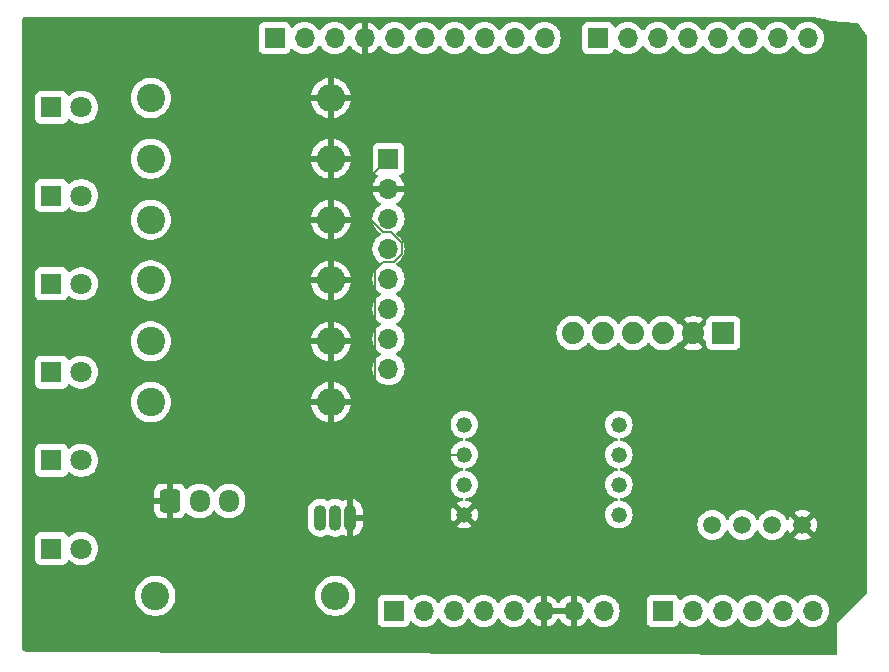
<source format=gbr>
%TF.GenerationSoftware,KiCad,Pcbnew,8.0.8*%
%TF.CreationDate,2025-03-13T01:40:52-06:00*%
%TF.ProjectId,Ballon Project,42616c6c-6f6e-4205-9072-6f6a6563742e,rev?*%
%TF.SameCoordinates,Original*%
%TF.FileFunction,Copper,L2,Bot*%
%TF.FilePolarity,Positive*%
%FSLAX46Y46*%
G04 Gerber Fmt 4.6, Leading zero omitted, Abs format (unit mm)*
G04 Created by KiCad (PCBNEW 8.0.8) date 2025-03-13 01:40:52*
%MOMM*%
%LPD*%
G01*
G04 APERTURE LIST*
G04 Aperture macros list*
%AMRoundRect*
0 Rectangle with rounded corners*
0 $1 Rounding radius*
0 $2 $3 $4 $5 $6 $7 $8 $9 X,Y pos of 4 corners*
0 Add a 4 corners polygon primitive as box body*
4,1,4,$2,$3,$4,$5,$6,$7,$8,$9,$2,$3,0*
0 Add four circle primitives for the rounded corners*
1,1,$1+$1,$2,$3*
1,1,$1+$1,$4,$5*
1,1,$1+$1,$6,$7*
1,1,$1+$1,$8,$9*
0 Add four rect primitives between the rounded corners*
20,1,$1+$1,$2,$3,$4,$5,0*
20,1,$1+$1,$4,$5,$6,$7,0*
20,1,$1+$1,$6,$7,$8,$9,0*
20,1,$1+$1,$8,$9,$2,$3,0*%
G04 Aperture macros list end*
%TA.AperFunction,ComponentPad*%
%ADD10R,1.700000X1.700000*%
%TD*%
%TA.AperFunction,ComponentPad*%
%ADD11O,1.700000X1.700000*%
%TD*%
%TA.AperFunction,ComponentPad*%
%ADD12C,1.321000*%
%TD*%
%TA.AperFunction,ComponentPad*%
%ADD13C,2.400000*%
%TD*%
%TA.AperFunction,ComponentPad*%
%ADD14O,2.400000X2.400000*%
%TD*%
%TA.AperFunction,ComponentPad*%
%ADD15R,1.800000X1.800000*%
%TD*%
%TA.AperFunction,ComponentPad*%
%ADD16C,1.800000*%
%TD*%
%TA.AperFunction,ComponentPad*%
%ADD17R,1.879600X1.879600*%
%TD*%
%TA.AperFunction,ComponentPad*%
%ADD18C,1.879600*%
%TD*%
%TA.AperFunction,ComponentPad*%
%ADD19C,1.508000*%
%TD*%
%TA.AperFunction,ComponentPad*%
%ADD20O,1.100000X2.200000*%
%TD*%
%TA.AperFunction,ComponentPad*%
%ADD21RoundRect,0.250000X-0.600000X-0.725000X0.600000X-0.725000X0.600000X0.725000X-0.600000X0.725000X0*%
%TD*%
%TA.AperFunction,ComponentPad*%
%ADD22O,1.700000X1.950000*%
%TD*%
%TA.AperFunction,Conductor*%
%ADD23C,0.200000*%
%TD*%
G04 APERTURE END LIST*
D10*
%TO.P,J4,1,Pin_1*%
%TO.N,/LED_Green*%
X134220000Y-60270000D03*
D11*
%TO.P,J4,2,Pin_2*%
%TO.N,unconnected-(J4-Pin_2-Pad2)*%
X136760000Y-60270000D03*
%TO.P,J4,3,Pin_3*%
%TO.N,unconnected-(J4-Pin_3-Pad3)*%
X139300000Y-60270000D03*
%TO.P,J4,4,Pin_4*%
%TO.N,unconnected-(J4-Pin_4-Pad4)*%
X141840000Y-60270000D03*
%TO.P,J4,5,Pin_5*%
%TO.N,unconnected-(J4-Pin_5-Pad5)*%
X144380000Y-60270000D03*
%TO.P,J4,6,Pin_6*%
%TO.N,unconnected-(J4-Pin_6-Pad6)*%
X146920000Y-60270000D03*
%TO.P,J4,7,Pin_7*%
%TO.N,/LED_Blue*%
X149460000Y-60270000D03*
%TO.P,J4,8,Pin_8*%
%TO.N,/Open Log*%
X152000000Y-60270000D03*
%TD*%
D12*
%TO.P,IC1,1,NC_1*%
%TO.N,unconnected-(IC1-NC_1-Pad1)*%
X122920000Y-93000000D03*
%TO.P,IC1,2,VSUPPLY*%
%TO.N,+5V*%
X122920000Y-95540000D03*
%TO.P,IC1,3,VOUT*%
%TO.N,/Pressure Sensor*%
X122920000Y-98080000D03*
%TO.P,IC1,4,GND*%
%TO.N,GND*%
X122920000Y-100620000D03*
%TO.P,IC1,5,NC_2*%
%TO.N,unconnected-(IC1-NC_2-Pad5)*%
X136000000Y-100620000D03*
%TO.P,IC1,6,NC_3*%
%TO.N,unconnected-(IC1-NC_3-Pad6)*%
X136000000Y-98080000D03*
%TO.P,IC1,7,NC_4*%
%TO.N,unconnected-(IC1-NC_4-Pad7)*%
X136000000Y-95540000D03*
%TO.P,IC1,8,NC_5*%
%TO.N,unconnected-(IC1-NC_5-Pad8)*%
X136000000Y-93000000D03*
%TD*%
D13*
%TO.P,R1,1*%
%TO.N,Net-(D1-K)*%
X96380000Y-65350000D03*
D14*
%TO.P,R1,2*%
%TO.N,GND*%
X111620000Y-65350000D03*
%TD*%
D15*
%TO.P,D4,1,K*%
%TO.N,Net-(D4-K)*%
X87960000Y-88560000D03*
D16*
%TO.P,D4,2,A*%
%TO.N,/LED_BlueTwo*%
X90500000Y-88560000D03*
%TD*%
D13*
%TO.P,R6,1*%
%TO.N,Net-(D6-K)*%
X96380000Y-91100000D03*
D14*
%TO.P,R6,2*%
%TO.N,GND*%
X111620000Y-91100000D03*
%TD*%
D13*
%TO.P,R3,1*%
%TO.N,Net-(D3-K)*%
X96380000Y-75650000D03*
D14*
%TO.P,R3,2*%
%TO.N,GND*%
X111620000Y-75650000D03*
%TD*%
D17*
%TO.P,U1,1,BLK*%
%TO.N,unconnected-(U1-BLK-Pad1)*%
X144850000Y-85255000D03*
D18*
%TO.P,U1,2,GND*%
%TO.N,GND*%
X142310000Y-85255000D03*
%TO.P,U1,3,VCC*%
%TO.N,+5V*%
X139770000Y-85255000D03*
%TO.P,U1,4,TXO*%
%TO.N,unconnected-(U1-TXO-Pad4)*%
X137230000Y-85255000D03*
%TO.P,U1,5,RXI*%
%TO.N,/Open Log*%
X134690000Y-85255000D03*
%TO.P,U1,6,GRN*%
%TO.N,unconnected-(U1-GRN-Pad6)*%
X132150000Y-85255000D03*
%TD*%
D13*
%TO.P,R5,1*%
%TO.N,Net-(D5-K)*%
X96380000Y-85950000D03*
D14*
%TO.P,R5,2*%
%TO.N,GND*%
X111620000Y-85950000D03*
%TD*%
D10*
%TO.P,J1,1,Pin_1*%
%TO.N,/.*%
X106860000Y-60270000D03*
D11*
%TO.P,J1,2,Pin_2*%
X109400000Y-60270000D03*
%TO.P,J1,3,Pin_3*%
%TO.N,/AREF*%
X111940000Y-60270000D03*
%TO.P,J1,4,Pin_4*%
%TO.N,GND*%
X114480000Y-60270000D03*
%TO.P,J1,5,Pin_5*%
%TO.N,/13*%
X117020000Y-60270000D03*
%TO.P,J1,6,Pin_6*%
%TO.N,/12*%
X119560000Y-60270000D03*
%TO.P,J1,7,Pin_7*%
%TO.N,/\u002A11*%
X122100000Y-60270000D03*
%TO.P,J1,8,Pin_8*%
%TO.N,/\u002A10*%
X124640000Y-60270000D03*
%TO.P,J1,9,Pin_9*%
%TO.N,unconnected-(J1-Pin_9-Pad9)*%
X127180000Y-60270000D03*
%TO.P,J1,10,Pin_10*%
%TO.N,unconnected-(J1-Pin_10-Pad10)*%
X129720000Y-60270000D03*
%TD*%
D13*
%TO.P,R4,1*%
%TO.N,Net-(D4-K)*%
X96380000Y-80800000D03*
D14*
%TO.P,R4,2*%
%TO.N,GND*%
X111620000Y-80800000D03*
%TD*%
D10*
%TO.P,J5,1,Pin_1*%
%TO.N,+5V*%
X116500000Y-70500000D03*
D11*
%TO.P,J5,2,Pin_2*%
%TO.N,GND*%
X116500000Y-73040000D03*
%TO.P,J5,3,Pin_3*%
%TO.N,/I2C_SCL*%
X116500000Y-75580000D03*
%TO.P,J5,4,Pin_4*%
%TO.N,/I2C_SDA*%
X116500000Y-78120000D03*
%TO.P,J5,5,Pin_5*%
%TO.N,unconnected-(J5-Pin_5-Pad5)*%
X116500000Y-80660000D03*
%TO.P,J5,6,Pin_6*%
%TO.N,unconnected-(J5-Pin_6-Pad6)*%
X116500000Y-83200000D03*
%TO.P,J5,7,Pin_7*%
%TO.N,unconnected-(J5-Pin_7-Pad7)*%
X116500000Y-85740000D03*
%TO.P,J5,8,Pin_8*%
%TO.N,unconnected-(J5-Pin_8-Pad8)*%
X116500000Y-88280000D03*
%TD*%
D15*
%TO.P,D6,1,K*%
%TO.N,Net-(D6-K)*%
X87960000Y-103500000D03*
D16*
%TO.P,D6,2,A*%
%TO.N,/LED_Red*%
X90500000Y-103500000D03*
%TD*%
D15*
%TO.P,D5,1,K*%
%TO.N,Net-(D5-K)*%
X87960000Y-96030000D03*
D16*
%TO.P,D5,2,A*%
%TO.N,/LED_Green*%
X90500000Y-96030000D03*
%TD*%
D10*
%TO.P,J3,1,Pin_1*%
%TO.N,/Temp 1*%
X139720000Y-108770000D03*
D11*
%TO.P,J3,2,Pin_2*%
%TO.N,/Temp 2*%
X142260000Y-108770000D03*
%TO.P,J3,3,Pin_3*%
%TO.N,/Humidity Sensor*%
X144800000Y-108770000D03*
%TO.P,J3,4,Pin_4*%
%TO.N,/Pressure Sensor*%
X147340000Y-108770000D03*
%TO.P,J3,5,Pin_5*%
%TO.N,/I2C_SDA*%
X149880000Y-108770000D03*
%TO.P,J3,6,Pin_6*%
%TO.N,/I2C_SCL*%
X152420000Y-108770000D03*
%TD*%
D10*
%TO.P,J2,1,Pin_1*%
%TO.N,unconnected-(J2-Pin_1-Pad1)*%
X116940000Y-108770000D03*
D11*
%TO.P,J2,2,Pin_2*%
%TO.N,unconnected-(J2-Pin_2-Pad2)*%
X119480000Y-108770000D03*
%TO.P,J2,3,Pin_3*%
%TO.N,unconnected-(J2-Pin_3-Pad3)*%
X122020000Y-108770000D03*
%TO.P,J2,4,Pin_4*%
%TO.N,+3V3*%
X124560000Y-108770000D03*
%TO.P,J2,5,Pin_5*%
%TO.N,+5V*%
X127100000Y-108770000D03*
%TO.P,J2,6,Pin_6*%
%TO.N,GND*%
X129640000Y-108770000D03*
%TO.P,J2,7,Pin_7*%
X132180000Y-108770000D03*
%TO.P,J2,8,Pin_8*%
%TO.N,VCC*%
X134720000Y-108770000D03*
%TD*%
D19*
%TO.P,SENS-1,P$1,VCC*%
%TO.N,+5V*%
X143920000Y-101500000D03*
%TO.P,SENS-1,P$2,DAT*%
%TO.N,/Humidity Sensor*%
X146460000Y-101500000D03*
%TO.P,SENS-1,P$3*%
%TO.N,N/C*%
X149000000Y-101500000D03*
%TO.P,SENS-1,P$4,GND*%
%TO.N,GND*%
X151540000Y-101500000D03*
%TD*%
D13*
%TO.P,R7,1*%
%TO.N,/Temp 1*%
X96760000Y-107500000D03*
D14*
%TO.P,R7,2*%
%TO.N,+5V*%
X112000000Y-107500000D03*
%TD*%
D15*
%TO.P,D2,1,K*%
%TO.N,Net-(D2-K)*%
X87960000Y-73620000D03*
D16*
%TO.P,D2,2,A*%
%TO.N,/LED_Orange*%
X90500000Y-73620000D03*
%TD*%
D15*
%TO.P,D1,1,K*%
%TO.N,Net-(D1-K)*%
X87960000Y-66150000D03*
D16*
%TO.P,D1,2,A*%
%TO.N,/LED_Yellow*%
X90500000Y-66150000D03*
%TD*%
D13*
%TO.P,R2,1*%
%TO.N,Net-(D2-K)*%
X96380000Y-70500000D03*
D14*
%TO.P,R2,2*%
%TO.N,GND*%
X111620000Y-70500000D03*
%TD*%
D20*
%TO.P,U3,1,+VS*%
%TO.N,+5V*%
X110730000Y-100900000D03*
%TO.P,U3,2,VOUT*%
%TO.N,/Temp 2*%
X112000000Y-100900000D03*
%TO.P,U3,3,GND*%
%TO.N,GND*%
X113270000Y-100900000D03*
%TD*%
D15*
%TO.P,D3,1,K*%
%TO.N,Net-(D3-K)*%
X87960000Y-81090000D03*
D16*
%TO.P,D3,2,A*%
%TO.N,/LED_Blue*%
X90500000Y-81090000D03*
%TD*%
D21*
%TO.P,J7,1,Pin_1*%
%TO.N,GND*%
X98000000Y-99475000D03*
D22*
%TO.P,J7,2,Pin_2*%
%TO.N,/Temp 1*%
X100500000Y-99475000D03*
%TO.P,J7,3,Pin_3*%
%TO.N,+5V*%
X103000000Y-99475000D03*
%TD*%
D23*
%TO.N,+5V*%
X122920000Y-95540000D02*
X119540000Y-95540000D01*
X119540000Y-95540000D02*
X114500000Y-90500000D01*
X116023654Y-76730000D02*
X115000000Y-75706346D01*
X114500000Y-90500000D02*
X115350000Y-89650000D01*
X115350000Y-89650000D02*
X115350000Y-79943654D01*
X117650000Y-77643654D02*
X116736346Y-76730000D01*
X115000000Y-75706346D02*
X115000000Y-72000000D01*
X115350000Y-79943654D02*
X116023654Y-79270000D01*
X116023654Y-79270000D02*
X116976346Y-79270000D01*
X116976346Y-79270000D02*
X117650000Y-78596346D01*
X117650000Y-78596346D02*
X117650000Y-77643654D01*
X116736346Y-76730000D02*
X116023654Y-76730000D01*
X115000000Y-72000000D02*
X116500000Y-70500000D01*
%TD*%
%TA.AperFunction,Conductor*%
%TO.N,GND*%
G36*
X131714075Y-108577007D02*
G01*
X131680000Y-108704174D01*
X131680000Y-108835826D01*
X131714075Y-108962993D01*
X131746988Y-109020000D01*
X130073012Y-109020000D01*
X130105925Y-108962993D01*
X130140000Y-108835826D01*
X130140000Y-108704174D01*
X130105925Y-108577007D01*
X130073012Y-108520000D01*
X131746988Y-108520000D01*
X131714075Y-108577007D01*
G37*
%TD.AperFunction*%
%TA.AperFunction,Conductor*%
G36*
X152377521Y-58473568D02*
G01*
X152420452Y-58483299D01*
X153775099Y-58790351D01*
X153788477Y-58794185D01*
X153817527Y-58804309D01*
X153836630Y-58805715D01*
X153854934Y-58808447D01*
X153873622Y-58812684D01*
X153904360Y-58811487D01*
X153918275Y-58811727D01*
X156158815Y-58976729D01*
X156224227Y-59001284D01*
X156252881Y-59031611D01*
X156978674Y-60120300D01*
X156999482Y-60186999D01*
X156999500Y-60189083D01*
X156999500Y-107241323D01*
X156979815Y-107308362D01*
X156963181Y-107329004D01*
X154658114Y-109634070D01*
X154647335Y-109643654D01*
X154604279Y-109687889D01*
X154603105Y-109689079D01*
X154559467Y-109732717D01*
X154559102Y-109733139D01*
X154557916Y-109734730D01*
X154556933Y-109736029D01*
X154555708Y-109737625D01*
X154555410Y-109738077D01*
X154525258Y-109791970D01*
X154524432Y-109793423D01*
X154493587Y-109846848D01*
X154493338Y-109847365D01*
X154492608Y-109849196D01*
X154491994Y-109850707D01*
X154491228Y-109852555D01*
X154491050Y-109853090D01*
X154475881Y-109912924D01*
X154475459Y-109914543D01*
X154459486Y-109974156D01*
X154459383Y-109974693D01*
X154459145Y-109976711D01*
X154458945Y-109978317D01*
X154458686Y-109980287D01*
X154458654Y-109980820D01*
X154459489Y-110042593D01*
X154459500Y-110044267D01*
X154459500Y-110105955D01*
X154460539Y-110120322D01*
X154490957Y-112371288D01*
X154472180Y-112438587D01*
X154419999Y-112485051D01*
X154366472Y-112496962D01*
X85837784Y-112222983D01*
X85833357Y-112222685D01*
X85827892Y-112222685D01*
X85771757Y-112222685D01*
X85752361Y-112221158D01*
X85724865Y-112216803D01*
X85700594Y-112212959D01*
X85663698Y-112200971D01*
X85625798Y-112181660D01*
X85594412Y-112158856D01*
X85564337Y-112128781D01*
X85541536Y-112097396D01*
X85522226Y-112059496D01*
X85510240Y-112022603D01*
X85502026Y-111970738D01*
X85500500Y-111951338D01*
X85500502Y-111895303D01*
X85500500Y-111895298D01*
X85500501Y-111887719D01*
X85500500Y-111887685D01*
X85500500Y-107499995D01*
X95054732Y-107499995D01*
X95054732Y-107500004D01*
X95073777Y-107754154D01*
X95106820Y-107898926D01*
X95130492Y-108002637D01*
X95223607Y-108239888D01*
X95351041Y-108460612D01*
X95509950Y-108659877D01*
X95696783Y-108833232D01*
X95907366Y-108976805D01*
X95907371Y-108976807D01*
X95907372Y-108976808D01*
X95907373Y-108976809D01*
X95997061Y-109020000D01*
X96136992Y-109087387D01*
X96136993Y-109087387D01*
X96136996Y-109087389D01*
X96380542Y-109162513D01*
X96632565Y-109200500D01*
X96887435Y-109200500D01*
X97139458Y-109162513D01*
X97383004Y-109087389D01*
X97612634Y-108976805D01*
X97823217Y-108833232D01*
X98010050Y-108659877D01*
X98168959Y-108460612D01*
X98296393Y-108239888D01*
X98389508Y-108002637D01*
X98446222Y-107754157D01*
X98458044Y-107596399D01*
X98465268Y-107500004D01*
X98465268Y-107499995D01*
X110294732Y-107499995D01*
X110294732Y-107500004D01*
X110313777Y-107754154D01*
X110346820Y-107898926D01*
X110370492Y-108002637D01*
X110463607Y-108239888D01*
X110591041Y-108460612D01*
X110749950Y-108659877D01*
X110936783Y-108833232D01*
X111147366Y-108976805D01*
X111147371Y-108976807D01*
X111147372Y-108976808D01*
X111147373Y-108976809D01*
X111237061Y-109020000D01*
X111376992Y-109087387D01*
X111376993Y-109087387D01*
X111376996Y-109087389D01*
X111620542Y-109162513D01*
X111872565Y-109200500D01*
X112127435Y-109200500D01*
X112379458Y-109162513D01*
X112623004Y-109087389D01*
X112852634Y-108976805D01*
X113063217Y-108833232D01*
X113250050Y-108659877D01*
X113408959Y-108460612D01*
X113536393Y-108239888D01*
X113629508Y-108002637D01*
X113659294Y-107872135D01*
X115589500Y-107872135D01*
X115589500Y-109667870D01*
X115589501Y-109667876D01*
X115595908Y-109727483D01*
X115646202Y-109862328D01*
X115646206Y-109862335D01*
X115732452Y-109977544D01*
X115732455Y-109977547D01*
X115847664Y-110063793D01*
X115847671Y-110063797D01*
X115982517Y-110114091D01*
X115982516Y-110114091D01*
X115989444Y-110114835D01*
X116042127Y-110120500D01*
X117837872Y-110120499D01*
X117897483Y-110114091D01*
X118032331Y-110063796D01*
X118147546Y-109977546D01*
X118233796Y-109862331D01*
X118282810Y-109730916D01*
X118324681Y-109674984D01*
X118390145Y-109650566D01*
X118458418Y-109665417D01*
X118486673Y-109686569D01*
X118608599Y-109808495D01*
X118705384Y-109876265D01*
X118802165Y-109944032D01*
X118802167Y-109944033D01*
X118802170Y-109944035D01*
X119016337Y-110043903D01*
X119244592Y-110105063D01*
X119421034Y-110120500D01*
X119479999Y-110125659D01*
X119480000Y-110125659D01*
X119480001Y-110125659D01*
X119538966Y-110120500D01*
X119715408Y-110105063D01*
X119943663Y-110043903D01*
X120157830Y-109944035D01*
X120351401Y-109808495D01*
X120518495Y-109641401D01*
X120648425Y-109455842D01*
X120703002Y-109412217D01*
X120772500Y-109405023D01*
X120834855Y-109436546D01*
X120851575Y-109455842D01*
X120981500Y-109641395D01*
X120981505Y-109641401D01*
X121148599Y-109808495D01*
X121245384Y-109876265D01*
X121342165Y-109944032D01*
X121342167Y-109944033D01*
X121342170Y-109944035D01*
X121556337Y-110043903D01*
X121784592Y-110105063D01*
X121961034Y-110120500D01*
X122019999Y-110125659D01*
X122020000Y-110125659D01*
X122020001Y-110125659D01*
X122078966Y-110120500D01*
X122255408Y-110105063D01*
X122483663Y-110043903D01*
X122697830Y-109944035D01*
X122891401Y-109808495D01*
X123058495Y-109641401D01*
X123188425Y-109455842D01*
X123243002Y-109412217D01*
X123312500Y-109405023D01*
X123374855Y-109436546D01*
X123391575Y-109455842D01*
X123521500Y-109641395D01*
X123521505Y-109641401D01*
X123688599Y-109808495D01*
X123785384Y-109876265D01*
X123882165Y-109944032D01*
X123882167Y-109944033D01*
X123882170Y-109944035D01*
X124096337Y-110043903D01*
X124324592Y-110105063D01*
X124501034Y-110120500D01*
X124559999Y-110125659D01*
X124560000Y-110125659D01*
X124560001Y-110125659D01*
X124618966Y-110120500D01*
X124795408Y-110105063D01*
X125023663Y-110043903D01*
X125237830Y-109944035D01*
X125431401Y-109808495D01*
X125598495Y-109641401D01*
X125728425Y-109455842D01*
X125783002Y-109412217D01*
X125852500Y-109405023D01*
X125914855Y-109436546D01*
X125931575Y-109455842D01*
X126061500Y-109641395D01*
X126061505Y-109641401D01*
X126228599Y-109808495D01*
X126325384Y-109876265D01*
X126422165Y-109944032D01*
X126422167Y-109944033D01*
X126422170Y-109944035D01*
X126636337Y-110043903D01*
X126864592Y-110105063D01*
X127041034Y-110120500D01*
X127099999Y-110125659D01*
X127100000Y-110125659D01*
X127100001Y-110125659D01*
X127158966Y-110120500D01*
X127335408Y-110105063D01*
X127563663Y-110043903D01*
X127777830Y-109944035D01*
X127971401Y-109808495D01*
X128138495Y-109641401D01*
X128268730Y-109455405D01*
X128323307Y-109411781D01*
X128392805Y-109404587D01*
X128455160Y-109436110D01*
X128471879Y-109455405D01*
X128601890Y-109641078D01*
X128768917Y-109808105D01*
X128962421Y-109943600D01*
X129176507Y-110043429D01*
X129176516Y-110043433D01*
X129390000Y-110100634D01*
X129390000Y-109203012D01*
X129447007Y-109235925D01*
X129574174Y-109270000D01*
X129705826Y-109270000D01*
X129832993Y-109235925D01*
X129890000Y-109203012D01*
X129890000Y-110100633D01*
X130103483Y-110043433D01*
X130103492Y-110043429D01*
X130317578Y-109943600D01*
X130511082Y-109808105D01*
X130678105Y-109641082D01*
X130808425Y-109454968D01*
X130863002Y-109411344D01*
X130932501Y-109404151D01*
X130994855Y-109435673D01*
X131011575Y-109454968D01*
X131141894Y-109641082D01*
X131308917Y-109808105D01*
X131502421Y-109943600D01*
X131716507Y-110043429D01*
X131716516Y-110043433D01*
X131930000Y-110100634D01*
X131930000Y-109203012D01*
X131987007Y-109235925D01*
X132114174Y-109270000D01*
X132245826Y-109270000D01*
X132372993Y-109235925D01*
X132430000Y-109203012D01*
X132430000Y-110100633D01*
X132643483Y-110043433D01*
X132643492Y-110043429D01*
X132857578Y-109943600D01*
X133051082Y-109808105D01*
X133218105Y-109641082D01*
X133348119Y-109455405D01*
X133402696Y-109411781D01*
X133472195Y-109404588D01*
X133534549Y-109436110D01*
X133551269Y-109455405D01*
X133681505Y-109641401D01*
X133848599Y-109808495D01*
X133945384Y-109876265D01*
X134042165Y-109944032D01*
X134042167Y-109944033D01*
X134042170Y-109944035D01*
X134256337Y-110043903D01*
X134484592Y-110105063D01*
X134661034Y-110120500D01*
X134719999Y-110125659D01*
X134720000Y-110125659D01*
X134720001Y-110125659D01*
X134778966Y-110120500D01*
X134955408Y-110105063D01*
X135183663Y-110043903D01*
X135397830Y-109944035D01*
X135591401Y-109808495D01*
X135758495Y-109641401D01*
X135894035Y-109447830D01*
X135993903Y-109233663D01*
X136055063Y-109005408D01*
X136075659Y-108770000D01*
X136055063Y-108534592D01*
X135993903Y-108306337D01*
X135894035Y-108092171D01*
X135888731Y-108084595D01*
X135758494Y-107898597D01*
X135732032Y-107872135D01*
X138369500Y-107872135D01*
X138369500Y-109667870D01*
X138369501Y-109667876D01*
X138375908Y-109727483D01*
X138426202Y-109862328D01*
X138426206Y-109862335D01*
X138512452Y-109977544D01*
X138512455Y-109977547D01*
X138627664Y-110063793D01*
X138627671Y-110063797D01*
X138762517Y-110114091D01*
X138762516Y-110114091D01*
X138769444Y-110114835D01*
X138822127Y-110120500D01*
X140617872Y-110120499D01*
X140677483Y-110114091D01*
X140812331Y-110063796D01*
X140927546Y-109977546D01*
X141013796Y-109862331D01*
X141062810Y-109730916D01*
X141104681Y-109674984D01*
X141170145Y-109650566D01*
X141238418Y-109665417D01*
X141266673Y-109686569D01*
X141388599Y-109808495D01*
X141485384Y-109876265D01*
X141582165Y-109944032D01*
X141582167Y-109944033D01*
X141582170Y-109944035D01*
X141796337Y-110043903D01*
X142024592Y-110105063D01*
X142201034Y-110120500D01*
X142259999Y-110125659D01*
X142260000Y-110125659D01*
X142260001Y-110125659D01*
X142318966Y-110120500D01*
X142495408Y-110105063D01*
X142723663Y-110043903D01*
X142937830Y-109944035D01*
X143131401Y-109808495D01*
X143298495Y-109641401D01*
X143428425Y-109455842D01*
X143483002Y-109412217D01*
X143552500Y-109405023D01*
X143614855Y-109436546D01*
X143631575Y-109455842D01*
X143761500Y-109641395D01*
X143761505Y-109641401D01*
X143928599Y-109808495D01*
X144025384Y-109876265D01*
X144122165Y-109944032D01*
X144122167Y-109944033D01*
X144122170Y-109944035D01*
X144336337Y-110043903D01*
X144564592Y-110105063D01*
X144741034Y-110120500D01*
X144799999Y-110125659D01*
X144800000Y-110125659D01*
X144800001Y-110125659D01*
X144858966Y-110120500D01*
X145035408Y-110105063D01*
X145263663Y-110043903D01*
X145477830Y-109944035D01*
X145671401Y-109808495D01*
X145838495Y-109641401D01*
X145968425Y-109455842D01*
X146023002Y-109412217D01*
X146092500Y-109405023D01*
X146154855Y-109436546D01*
X146171575Y-109455842D01*
X146301500Y-109641395D01*
X146301505Y-109641401D01*
X146468599Y-109808495D01*
X146565384Y-109876265D01*
X146662165Y-109944032D01*
X146662167Y-109944033D01*
X146662170Y-109944035D01*
X146876337Y-110043903D01*
X147104592Y-110105063D01*
X147281034Y-110120500D01*
X147339999Y-110125659D01*
X147340000Y-110125659D01*
X147340001Y-110125659D01*
X147398966Y-110120500D01*
X147575408Y-110105063D01*
X147803663Y-110043903D01*
X148017830Y-109944035D01*
X148211401Y-109808495D01*
X148378495Y-109641401D01*
X148508425Y-109455842D01*
X148563002Y-109412217D01*
X148632500Y-109405023D01*
X148694855Y-109436546D01*
X148711575Y-109455842D01*
X148841500Y-109641395D01*
X148841505Y-109641401D01*
X149008599Y-109808495D01*
X149105384Y-109876265D01*
X149202165Y-109944032D01*
X149202167Y-109944033D01*
X149202170Y-109944035D01*
X149416337Y-110043903D01*
X149644592Y-110105063D01*
X149821034Y-110120500D01*
X149879999Y-110125659D01*
X149880000Y-110125659D01*
X149880001Y-110125659D01*
X149938966Y-110120500D01*
X150115408Y-110105063D01*
X150343663Y-110043903D01*
X150557830Y-109944035D01*
X150751401Y-109808495D01*
X150918495Y-109641401D01*
X151048425Y-109455842D01*
X151103002Y-109412217D01*
X151172500Y-109405023D01*
X151234855Y-109436546D01*
X151251575Y-109455842D01*
X151381500Y-109641395D01*
X151381505Y-109641401D01*
X151548599Y-109808495D01*
X151645384Y-109876265D01*
X151742165Y-109944032D01*
X151742167Y-109944033D01*
X151742170Y-109944035D01*
X151956337Y-110043903D01*
X152184592Y-110105063D01*
X152361034Y-110120500D01*
X152419999Y-110125659D01*
X152420000Y-110125659D01*
X152420001Y-110125659D01*
X152478966Y-110120500D01*
X152655408Y-110105063D01*
X152883663Y-110043903D01*
X153097830Y-109944035D01*
X153291401Y-109808495D01*
X153458495Y-109641401D01*
X153594035Y-109447830D01*
X153693903Y-109233663D01*
X153755063Y-109005408D01*
X153775659Y-108770000D01*
X153755063Y-108534592D01*
X153693903Y-108306337D01*
X153594035Y-108092171D01*
X153588731Y-108084595D01*
X153458494Y-107898597D01*
X153291402Y-107731506D01*
X153291395Y-107731501D01*
X153097834Y-107595967D01*
X153097830Y-107595965D01*
X153097828Y-107595964D01*
X152883663Y-107496097D01*
X152883659Y-107496096D01*
X152883655Y-107496094D01*
X152655413Y-107434938D01*
X152655403Y-107434936D01*
X152420001Y-107414341D01*
X152419999Y-107414341D01*
X152184596Y-107434936D01*
X152184586Y-107434938D01*
X151956344Y-107496094D01*
X151956337Y-107496096D01*
X151956337Y-107496097D01*
X151942816Y-107502401D01*
X151742171Y-107595964D01*
X151742169Y-107595965D01*
X151548597Y-107731505D01*
X151381505Y-107898597D01*
X151251575Y-108084158D01*
X151196998Y-108127783D01*
X151127500Y-108134977D01*
X151065145Y-108103454D01*
X151048425Y-108084158D01*
X150918494Y-107898597D01*
X150751402Y-107731506D01*
X150751395Y-107731501D01*
X150557834Y-107595967D01*
X150557830Y-107595965D01*
X150557828Y-107595964D01*
X150343663Y-107496097D01*
X150343659Y-107496096D01*
X150343655Y-107496094D01*
X150115413Y-107434938D01*
X150115403Y-107434936D01*
X149880001Y-107414341D01*
X149879999Y-107414341D01*
X149644596Y-107434936D01*
X149644586Y-107434938D01*
X149416344Y-107496094D01*
X149416337Y-107496096D01*
X149416337Y-107496097D01*
X149402816Y-107502401D01*
X149202171Y-107595964D01*
X149202169Y-107595965D01*
X149008597Y-107731505D01*
X148841505Y-107898597D01*
X148711575Y-108084158D01*
X148656998Y-108127783D01*
X148587500Y-108134977D01*
X148525145Y-108103454D01*
X148508425Y-108084158D01*
X148378494Y-107898597D01*
X148211402Y-107731506D01*
X148211395Y-107731501D01*
X148017834Y-107595967D01*
X148017830Y-107595965D01*
X148017828Y-107595964D01*
X147803663Y-107496097D01*
X147803659Y-107496096D01*
X147803655Y-107496094D01*
X147575413Y-107434938D01*
X147575403Y-107434936D01*
X147340001Y-107414341D01*
X147339999Y-107414341D01*
X147104596Y-107434936D01*
X147104586Y-107434938D01*
X146876344Y-107496094D01*
X146876337Y-107496096D01*
X146876337Y-107496097D01*
X146862816Y-107502401D01*
X146662171Y-107595964D01*
X146662169Y-107595965D01*
X146468597Y-107731505D01*
X146301505Y-107898597D01*
X146171575Y-108084158D01*
X146116998Y-108127783D01*
X146047500Y-108134977D01*
X145985145Y-108103454D01*
X145968425Y-108084158D01*
X145838494Y-107898597D01*
X145671402Y-107731506D01*
X145671395Y-107731501D01*
X145477834Y-107595967D01*
X145477830Y-107595965D01*
X145477828Y-107595964D01*
X145263663Y-107496097D01*
X145263659Y-107496096D01*
X145263655Y-107496094D01*
X145035413Y-107434938D01*
X145035403Y-107434936D01*
X144800001Y-107414341D01*
X144799999Y-107414341D01*
X144564596Y-107434936D01*
X144564586Y-107434938D01*
X144336344Y-107496094D01*
X144336337Y-107496096D01*
X144336337Y-107496097D01*
X144322816Y-107502401D01*
X144122171Y-107595964D01*
X144122169Y-107595965D01*
X143928597Y-107731505D01*
X143761505Y-107898597D01*
X143631575Y-108084158D01*
X143576998Y-108127783D01*
X143507500Y-108134977D01*
X143445145Y-108103454D01*
X143428425Y-108084158D01*
X143298494Y-107898597D01*
X143131402Y-107731506D01*
X143131395Y-107731501D01*
X142937834Y-107595967D01*
X142937830Y-107595965D01*
X142937828Y-107595964D01*
X142723663Y-107496097D01*
X142723659Y-107496096D01*
X142723655Y-107496094D01*
X142495413Y-107434938D01*
X142495403Y-107434936D01*
X142260001Y-107414341D01*
X142259999Y-107414341D01*
X142024596Y-107434936D01*
X142024586Y-107434938D01*
X141796344Y-107496094D01*
X141796337Y-107496096D01*
X141796337Y-107496097D01*
X141782816Y-107502401D01*
X141582171Y-107595964D01*
X141582169Y-107595965D01*
X141388600Y-107731503D01*
X141266673Y-107853430D01*
X141205350Y-107886914D01*
X141135658Y-107881930D01*
X141079725Y-107840058D01*
X141062810Y-107809081D01*
X141013797Y-107677671D01*
X141013793Y-107677664D01*
X140927547Y-107562455D01*
X140927544Y-107562452D01*
X140812335Y-107476206D01*
X140812328Y-107476202D01*
X140677482Y-107425908D01*
X140677483Y-107425908D01*
X140617883Y-107419501D01*
X140617881Y-107419500D01*
X140617873Y-107419500D01*
X140617864Y-107419500D01*
X138822129Y-107419500D01*
X138822123Y-107419501D01*
X138762516Y-107425908D01*
X138627671Y-107476202D01*
X138627664Y-107476206D01*
X138512455Y-107562452D01*
X138512452Y-107562455D01*
X138426206Y-107677664D01*
X138426202Y-107677671D01*
X138375908Y-107812517D01*
X138369501Y-107872116D01*
X138369500Y-107872135D01*
X135732032Y-107872135D01*
X135591402Y-107731506D01*
X135591395Y-107731501D01*
X135397834Y-107595967D01*
X135397830Y-107595965D01*
X135397828Y-107595964D01*
X135183663Y-107496097D01*
X135183659Y-107496096D01*
X135183655Y-107496094D01*
X134955413Y-107434938D01*
X134955403Y-107434936D01*
X134720001Y-107414341D01*
X134719999Y-107414341D01*
X134484596Y-107434936D01*
X134484586Y-107434938D01*
X134256344Y-107496094D01*
X134256337Y-107496096D01*
X134256337Y-107496097D01*
X134242816Y-107502401D01*
X134042171Y-107595964D01*
X134042169Y-107595965D01*
X133848597Y-107731505D01*
X133681508Y-107898594D01*
X133551269Y-108084595D01*
X133496692Y-108128219D01*
X133427193Y-108135412D01*
X133364839Y-108103890D01*
X133348119Y-108084594D01*
X133218113Y-107898926D01*
X133218108Y-107898920D01*
X133051082Y-107731894D01*
X132857578Y-107596399D01*
X132643492Y-107496570D01*
X132643486Y-107496567D01*
X132430000Y-107439364D01*
X132430000Y-108336988D01*
X132372993Y-108304075D01*
X132245826Y-108270000D01*
X132114174Y-108270000D01*
X131987007Y-108304075D01*
X131930000Y-108336988D01*
X131930000Y-107439364D01*
X131929999Y-107439364D01*
X131716513Y-107496567D01*
X131716507Y-107496570D01*
X131502422Y-107596399D01*
X131502420Y-107596400D01*
X131308926Y-107731886D01*
X131308920Y-107731891D01*
X131141891Y-107898920D01*
X131141890Y-107898922D01*
X131011575Y-108085031D01*
X130956998Y-108128655D01*
X130887499Y-108135848D01*
X130825145Y-108104326D01*
X130808425Y-108085031D01*
X130678109Y-107898922D01*
X130678108Y-107898920D01*
X130511082Y-107731894D01*
X130317578Y-107596399D01*
X130103492Y-107496570D01*
X130103486Y-107496567D01*
X129890000Y-107439364D01*
X129890000Y-108336988D01*
X129832993Y-108304075D01*
X129705826Y-108270000D01*
X129574174Y-108270000D01*
X129447007Y-108304075D01*
X129390000Y-108336988D01*
X129390000Y-107439364D01*
X129389999Y-107439364D01*
X129176513Y-107496567D01*
X129176507Y-107496570D01*
X128962422Y-107596399D01*
X128962420Y-107596400D01*
X128768926Y-107731886D01*
X128768920Y-107731891D01*
X128601891Y-107898920D01*
X128601890Y-107898922D01*
X128471880Y-108084595D01*
X128417303Y-108128219D01*
X128347804Y-108135412D01*
X128285450Y-108103890D01*
X128268730Y-108084594D01*
X128138494Y-107898597D01*
X127971402Y-107731506D01*
X127971395Y-107731501D01*
X127777834Y-107595967D01*
X127777830Y-107595965D01*
X127777828Y-107595964D01*
X127563663Y-107496097D01*
X127563659Y-107496096D01*
X127563655Y-107496094D01*
X127335413Y-107434938D01*
X127335403Y-107434936D01*
X127100001Y-107414341D01*
X127099999Y-107414341D01*
X126864596Y-107434936D01*
X126864586Y-107434938D01*
X126636344Y-107496094D01*
X126636337Y-107496096D01*
X126636337Y-107496097D01*
X126622816Y-107502401D01*
X126422171Y-107595964D01*
X126422169Y-107595965D01*
X126228597Y-107731505D01*
X126061505Y-107898597D01*
X125931575Y-108084158D01*
X125876998Y-108127783D01*
X125807500Y-108134977D01*
X125745145Y-108103454D01*
X125728425Y-108084158D01*
X125598494Y-107898597D01*
X125431402Y-107731506D01*
X125431395Y-107731501D01*
X125237834Y-107595967D01*
X125237830Y-107595965D01*
X125237828Y-107595964D01*
X125023663Y-107496097D01*
X125023659Y-107496096D01*
X125023655Y-107496094D01*
X124795413Y-107434938D01*
X124795403Y-107434936D01*
X124560001Y-107414341D01*
X124559999Y-107414341D01*
X124324596Y-107434936D01*
X124324586Y-107434938D01*
X124096344Y-107496094D01*
X124096337Y-107496096D01*
X124096337Y-107496097D01*
X124082816Y-107502401D01*
X123882171Y-107595964D01*
X123882169Y-107595965D01*
X123688597Y-107731505D01*
X123521505Y-107898597D01*
X123391575Y-108084158D01*
X123336998Y-108127783D01*
X123267500Y-108134977D01*
X123205145Y-108103454D01*
X123188425Y-108084158D01*
X123058494Y-107898597D01*
X122891402Y-107731506D01*
X122891395Y-107731501D01*
X122697834Y-107595967D01*
X122697830Y-107595965D01*
X122697828Y-107595964D01*
X122483663Y-107496097D01*
X122483659Y-107496096D01*
X122483655Y-107496094D01*
X122255413Y-107434938D01*
X122255403Y-107434936D01*
X122020001Y-107414341D01*
X122019999Y-107414341D01*
X121784596Y-107434936D01*
X121784586Y-107434938D01*
X121556344Y-107496094D01*
X121556337Y-107496096D01*
X121556337Y-107496097D01*
X121542816Y-107502401D01*
X121342171Y-107595964D01*
X121342169Y-107595965D01*
X121148597Y-107731505D01*
X120981505Y-107898597D01*
X120851575Y-108084158D01*
X120796998Y-108127783D01*
X120727500Y-108134977D01*
X120665145Y-108103454D01*
X120648425Y-108084158D01*
X120518494Y-107898597D01*
X120351402Y-107731506D01*
X120351395Y-107731501D01*
X120157834Y-107595967D01*
X120157830Y-107595965D01*
X120157828Y-107595964D01*
X119943663Y-107496097D01*
X119943659Y-107496096D01*
X119943655Y-107496094D01*
X119715413Y-107434938D01*
X119715403Y-107434936D01*
X119480001Y-107414341D01*
X119479999Y-107414341D01*
X119244596Y-107434936D01*
X119244586Y-107434938D01*
X119016344Y-107496094D01*
X119016337Y-107496096D01*
X119016337Y-107496097D01*
X119002816Y-107502401D01*
X118802171Y-107595964D01*
X118802169Y-107595965D01*
X118608600Y-107731503D01*
X118486673Y-107853430D01*
X118425350Y-107886914D01*
X118355658Y-107881930D01*
X118299725Y-107840058D01*
X118282810Y-107809081D01*
X118233797Y-107677671D01*
X118233793Y-107677664D01*
X118147547Y-107562455D01*
X118147544Y-107562452D01*
X118032335Y-107476206D01*
X118032328Y-107476202D01*
X117897482Y-107425908D01*
X117897483Y-107425908D01*
X117837883Y-107419501D01*
X117837881Y-107419500D01*
X117837873Y-107419500D01*
X117837864Y-107419500D01*
X116042129Y-107419500D01*
X116042123Y-107419501D01*
X115982516Y-107425908D01*
X115847671Y-107476202D01*
X115847664Y-107476206D01*
X115732455Y-107562452D01*
X115732452Y-107562455D01*
X115646206Y-107677664D01*
X115646202Y-107677671D01*
X115595908Y-107812517D01*
X115589501Y-107872116D01*
X115589500Y-107872135D01*
X113659294Y-107872135D01*
X113686222Y-107754157D01*
X113698044Y-107596399D01*
X113705268Y-107500004D01*
X113705268Y-107499995D01*
X113686222Y-107245845D01*
X113629509Y-106997369D01*
X113629508Y-106997363D01*
X113536393Y-106760112D01*
X113408959Y-106539388D01*
X113250050Y-106340123D01*
X113063217Y-106166768D01*
X112852634Y-106023195D01*
X112852630Y-106023193D01*
X112852627Y-106023191D01*
X112852626Y-106023190D01*
X112623006Y-105912612D01*
X112623008Y-105912612D01*
X112379466Y-105837489D01*
X112379462Y-105837488D01*
X112379458Y-105837487D01*
X112258231Y-105819214D01*
X112127440Y-105799500D01*
X112127435Y-105799500D01*
X111872565Y-105799500D01*
X111872559Y-105799500D01*
X111715609Y-105823157D01*
X111620542Y-105837487D01*
X111620539Y-105837488D01*
X111620533Y-105837489D01*
X111376992Y-105912612D01*
X111147373Y-106023190D01*
X111147372Y-106023191D01*
X110936782Y-106166768D01*
X110749952Y-106340121D01*
X110749950Y-106340123D01*
X110591041Y-106539388D01*
X110463608Y-106760109D01*
X110370492Y-106997362D01*
X110370490Y-106997369D01*
X110313777Y-107245845D01*
X110294732Y-107499995D01*
X98465268Y-107499995D01*
X98446222Y-107245845D01*
X98389509Y-106997369D01*
X98389508Y-106997363D01*
X98296393Y-106760112D01*
X98168959Y-106539388D01*
X98010050Y-106340123D01*
X97823217Y-106166768D01*
X97612634Y-106023195D01*
X97612630Y-106023193D01*
X97612627Y-106023191D01*
X97612626Y-106023190D01*
X97383006Y-105912612D01*
X97383008Y-105912612D01*
X97139466Y-105837489D01*
X97139462Y-105837488D01*
X97139458Y-105837487D01*
X97018231Y-105819214D01*
X96887440Y-105799500D01*
X96887435Y-105799500D01*
X96632565Y-105799500D01*
X96632559Y-105799500D01*
X96475609Y-105823157D01*
X96380542Y-105837487D01*
X96380539Y-105837488D01*
X96380533Y-105837489D01*
X96136992Y-105912612D01*
X95907373Y-106023190D01*
X95907372Y-106023191D01*
X95696782Y-106166768D01*
X95509952Y-106340121D01*
X95509950Y-106340123D01*
X95351041Y-106539388D01*
X95223608Y-106760109D01*
X95130492Y-106997362D01*
X95130490Y-106997369D01*
X95073777Y-107245845D01*
X95054732Y-107499995D01*
X85500500Y-107499995D01*
X85500500Y-102552135D01*
X86559500Y-102552135D01*
X86559500Y-104447870D01*
X86559501Y-104447876D01*
X86565908Y-104507483D01*
X86616202Y-104642328D01*
X86616206Y-104642335D01*
X86702452Y-104757544D01*
X86702455Y-104757547D01*
X86817664Y-104843793D01*
X86817671Y-104843797D01*
X86952517Y-104894091D01*
X86952516Y-104894091D01*
X86959444Y-104894835D01*
X87012127Y-104900500D01*
X88907872Y-104900499D01*
X88967483Y-104894091D01*
X89102331Y-104843796D01*
X89217546Y-104757546D01*
X89303796Y-104642331D01*
X89332455Y-104565493D01*
X89374326Y-104509559D01*
X89439790Y-104485141D01*
X89508063Y-104499992D01*
X89539866Y-104524843D01*
X89547302Y-104532920D01*
X89548215Y-104533912D01*
X89548222Y-104533918D01*
X89731365Y-104676464D01*
X89731371Y-104676468D01*
X89731374Y-104676470D01*
X89935497Y-104786936D01*
X90049487Y-104826068D01*
X90155015Y-104862297D01*
X90155017Y-104862297D01*
X90155019Y-104862298D01*
X90383951Y-104900500D01*
X90383952Y-104900500D01*
X90616048Y-104900500D01*
X90616049Y-104900500D01*
X90844981Y-104862298D01*
X91064503Y-104786936D01*
X91268626Y-104676470D01*
X91451784Y-104533913D01*
X91608979Y-104363153D01*
X91735924Y-104168849D01*
X91829157Y-103956300D01*
X91886134Y-103731305D01*
X91905300Y-103500000D01*
X91905300Y-103499993D01*
X91886135Y-103268702D01*
X91886133Y-103268691D01*
X91829157Y-103043699D01*
X91735924Y-102831151D01*
X91608983Y-102636852D01*
X91608980Y-102636849D01*
X91608979Y-102636847D01*
X91451784Y-102466087D01*
X91451779Y-102466083D01*
X91451777Y-102466081D01*
X91268634Y-102323535D01*
X91268628Y-102323531D01*
X91064504Y-102213064D01*
X91064495Y-102213061D01*
X90844984Y-102137702D01*
X90654450Y-102105908D01*
X90616049Y-102099500D01*
X90383951Y-102099500D01*
X90345550Y-102105908D01*
X90155015Y-102137702D01*
X89935504Y-102213061D01*
X89935495Y-102213064D01*
X89731371Y-102323531D01*
X89731365Y-102323535D01*
X89548222Y-102466081D01*
X89548218Y-102466085D01*
X89539866Y-102475158D01*
X89479979Y-102511148D01*
X89410141Y-102509047D01*
X89352525Y-102469522D01*
X89332455Y-102434507D01*
X89303797Y-102357671D01*
X89303793Y-102357664D01*
X89217547Y-102242455D01*
X89217544Y-102242452D01*
X89102335Y-102156206D01*
X89102328Y-102156202D01*
X88967482Y-102105908D01*
X88967483Y-102105908D01*
X88907883Y-102099501D01*
X88907881Y-102099500D01*
X88907873Y-102099500D01*
X88907864Y-102099500D01*
X87012129Y-102099500D01*
X87012123Y-102099501D01*
X86952516Y-102105908D01*
X86817671Y-102156202D01*
X86817664Y-102156206D01*
X86702455Y-102242452D01*
X86702452Y-102242455D01*
X86616206Y-102357664D01*
X86616202Y-102357671D01*
X86565908Y-102492517D01*
X86559501Y-102552116D01*
X86559500Y-102552135D01*
X85500500Y-102552135D01*
X85500500Y-98700013D01*
X96650000Y-98700013D01*
X96650000Y-99225000D01*
X97595854Y-99225000D01*
X97557370Y-99291657D01*
X97525000Y-99412465D01*
X97525000Y-99537535D01*
X97557370Y-99658343D01*
X97595854Y-99725000D01*
X96650001Y-99725000D01*
X96650001Y-100249986D01*
X96660494Y-100352697D01*
X96715641Y-100519119D01*
X96715643Y-100519124D01*
X96807684Y-100668345D01*
X96931654Y-100792315D01*
X97080875Y-100884356D01*
X97080880Y-100884358D01*
X97247302Y-100939505D01*
X97247309Y-100939506D01*
X97350019Y-100949999D01*
X97749999Y-100949999D01*
X97750000Y-100949998D01*
X97750000Y-99879145D01*
X97816657Y-99917630D01*
X97937465Y-99950000D01*
X98062535Y-99950000D01*
X98183343Y-99917630D01*
X98250000Y-99879145D01*
X98250000Y-100949999D01*
X98649972Y-100949999D01*
X98649986Y-100949998D01*
X98752697Y-100939505D01*
X98919119Y-100884358D01*
X98919124Y-100884356D01*
X99068345Y-100792315D01*
X99192317Y-100668343D01*
X99287815Y-100513516D01*
X99339763Y-100466791D01*
X99408725Y-100455568D01*
X99472808Y-100483412D01*
X99481035Y-100490931D01*
X99620213Y-100630109D01*
X99792179Y-100755048D01*
X99792181Y-100755049D01*
X99792184Y-100755051D01*
X99981588Y-100851557D01*
X100183757Y-100917246D01*
X100393713Y-100950500D01*
X100393714Y-100950500D01*
X100606286Y-100950500D01*
X100606287Y-100950500D01*
X100816243Y-100917246D01*
X101018412Y-100851557D01*
X101207816Y-100755051D01*
X101296599Y-100690547D01*
X101379786Y-100630109D01*
X101379788Y-100630106D01*
X101379792Y-100630104D01*
X101530104Y-100479792D01*
X101649683Y-100315204D01*
X101705011Y-100272540D01*
X101774624Y-100266561D01*
X101836420Y-100299166D01*
X101850313Y-100315199D01*
X101960450Y-100466791D01*
X101969896Y-100479792D01*
X102120213Y-100630109D01*
X102292179Y-100755048D01*
X102292181Y-100755049D01*
X102292184Y-100755051D01*
X102481588Y-100851557D01*
X102683757Y-100917246D01*
X102893713Y-100950500D01*
X102893714Y-100950500D01*
X103106286Y-100950500D01*
X103106287Y-100950500D01*
X103316243Y-100917246D01*
X103518412Y-100851557D01*
X103707816Y-100755051D01*
X103796599Y-100690547D01*
X103879786Y-100630109D01*
X103879788Y-100630106D01*
X103879792Y-100630104D01*
X104030104Y-100479792D01*
X104030106Y-100479788D01*
X104030109Y-100479786D01*
X104155048Y-100307820D01*
X104155047Y-100307820D01*
X104155051Y-100307816D01*
X104186278Y-100246530D01*
X109679500Y-100246530D01*
X109679500Y-101553469D01*
X109719868Y-101756412D01*
X109719870Y-101756420D01*
X109798959Y-101947358D01*
X109799059Y-101947598D01*
X109834073Y-102000000D01*
X109914024Y-102119657D01*
X110060342Y-102265975D01*
X110060345Y-102265977D01*
X110232402Y-102380941D01*
X110423580Y-102460130D01*
X110626530Y-102500499D01*
X110626534Y-102500500D01*
X110626535Y-102500500D01*
X110833466Y-102500500D01*
X110833467Y-102500499D01*
X111036420Y-102460130D01*
X111227598Y-102380941D01*
X111296111Y-102335162D01*
X111362785Y-102314285D01*
X111430166Y-102332769D01*
X111433848Y-102335134D01*
X111502402Y-102380941D01*
X111693580Y-102460130D01*
X111896530Y-102500499D01*
X111896534Y-102500500D01*
X111896535Y-102500500D01*
X112103466Y-102500500D01*
X112103467Y-102500499D01*
X112306420Y-102460130D01*
X112497598Y-102380941D01*
X112566560Y-102334861D01*
X112633234Y-102313985D01*
X112700615Y-102332469D01*
X112704339Y-102334863D01*
X112772636Y-102380497D01*
X112963723Y-102459648D01*
X112963725Y-102459649D01*
X113020000Y-102470842D01*
X113020000Y-101719010D01*
X113022383Y-101694818D01*
X113050500Y-101553467D01*
X113050500Y-101292886D01*
X113096306Y-101319333D01*
X113210756Y-101350000D01*
X113329244Y-101350000D01*
X113443694Y-101319333D01*
X113520000Y-101275277D01*
X113520000Y-102470842D01*
X113576274Y-102459649D01*
X113576276Y-102459648D01*
X113767358Y-102380499D01*
X113767368Y-102380494D01*
X113939335Y-102265589D01*
X113939339Y-102265586D01*
X114085586Y-102119339D01*
X114085589Y-102119335D01*
X114200494Y-101947368D01*
X114200499Y-101947358D01*
X114279649Y-101756274D01*
X114279651Y-101756266D01*
X114319999Y-101553420D01*
X114320000Y-101553417D01*
X114320000Y-101150000D01*
X113645278Y-101150000D01*
X113689333Y-101073694D01*
X113720000Y-100959244D01*
X113720000Y-100840756D01*
X113689333Y-100726306D01*
X113645278Y-100650000D01*
X114320000Y-100650000D01*
X114320000Y-100246583D01*
X114319999Y-100246579D01*
X114279651Y-100043733D01*
X114279649Y-100043725D01*
X114200499Y-99852641D01*
X114200494Y-99852631D01*
X114085589Y-99680664D01*
X114085586Y-99680660D01*
X113939339Y-99534413D01*
X113939335Y-99534410D01*
X113767368Y-99419505D01*
X113767358Y-99419500D01*
X113576272Y-99340349D01*
X113576267Y-99340347D01*
X113520000Y-99329155D01*
X113520000Y-100524722D01*
X113443694Y-100480667D01*
X113329244Y-100450000D01*
X113210756Y-100450000D01*
X113096306Y-100480667D01*
X113050500Y-100507113D01*
X113050500Y-100246534D01*
X113050499Y-100246531D01*
X113022383Y-100105180D01*
X113020000Y-100080989D01*
X113020000Y-99329156D01*
X113019999Y-99329155D01*
X112963732Y-99340347D01*
X112963727Y-99340349D01*
X112772637Y-99419502D01*
X112704338Y-99465137D01*
X112637661Y-99486014D01*
X112570281Y-99467529D01*
X112566559Y-99465137D01*
X112539475Y-99447040D01*
X112497598Y-99419059D01*
X112427202Y-99389900D01*
X112306420Y-99339870D01*
X112306412Y-99339868D01*
X112103469Y-99299500D01*
X112103465Y-99299500D01*
X111896535Y-99299500D01*
X111896530Y-99299500D01*
X111693587Y-99339868D01*
X111693579Y-99339870D01*
X111502400Y-99419059D01*
X111433889Y-99464836D01*
X111367211Y-99485713D01*
X111299832Y-99467227D01*
X111296111Y-99464836D01*
X111227599Y-99419059D01*
X111036420Y-99339870D01*
X111036412Y-99339868D01*
X110833469Y-99299500D01*
X110833465Y-99299500D01*
X110626535Y-99299500D01*
X110626530Y-99299500D01*
X110423587Y-99339868D01*
X110423579Y-99339870D01*
X110232403Y-99419058D01*
X110060342Y-99534024D01*
X109914024Y-99680342D01*
X109799058Y-99852403D01*
X109719870Y-100043579D01*
X109719868Y-100043587D01*
X109679500Y-100246530D01*
X104186278Y-100246530D01*
X104251557Y-100118412D01*
X104317246Y-99916243D01*
X104350500Y-99706287D01*
X104350500Y-99243713D01*
X104317246Y-99033757D01*
X104251557Y-98831588D01*
X104155051Y-98642184D01*
X104155049Y-98642181D01*
X104155048Y-98642179D01*
X104030109Y-98470213D01*
X103879786Y-98319890D01*
X103707820Y-98194951D01*
X103518414Y-98098444D01*
X103518413Y-98098443D01*
X103518412Y-98098443D01*
X103316243Y-98032754D01*
X103316241Y-98032753D01*
X103316240Y-98032753D01*
X103154957Y-98007208D01*
X103106287Y-97999500D01*
X102893713Y-97999500D01*
X102845042Y-98007208D01*
X102683760Y-98032753D01*
X102481585Y-98098444D01*
X102292179Y-98194951D01*
X102120213Y-98319890D01*
X101969894Y-98470209D01*
X101969890Y-98470214D01*
X101850318Y-98634793D01*
X101794989Y-98677459D01*
X101725375Y-98683438D01*
X101663580Y-98650833D01*
X101649682Y-98634793D01*
X101530109Y-98470214D01*
X101530105Y-98470209D01*
X101379786Y-98319890D01*
X101207820Y-98194951D01*
X101018414Y-98098444D01*
X101018413Y-98098443D01*
X101018412Y-98098443D01*
X100816243Y-98032754D01*
X100816241Y-98032753D01*
X100816240Y-98032753D01*
X100654957Y-98007208D01*
X100606287Y-97999500D01*
X100393713Y-97999500D01*
X100345042Y-98007208D01*
X100183760Y-98032753D01*
X99981585Y-98098444D01*
X99792179Y-98194951D01*
X99620215Y-98319889D01*
X99481035Y-98459069D01*
X99419712Y-98492553D01*
X99350020Y-98487569D01*
X99294087Y-98445697D01*
X99287815Y-98436484D01*
X99192315Y-98281654D01*
X99068345Y-98157684D01*
X98919124Y-98065643D01*
X98919119Y-98065641D01*
X98752697Y-98010494D01*
X98752690Y-98010493D01*
X98649986Y-98000000D01*
X98250000Y-98000000D01*
X98250000Y-99070854D01*
X98183343Y-99032370D01*
X98062535Y-99000000D01*
X97937465Y-99000000D01*
X97816657Y-99032370D01*
X97750000Y-99070854D01*
X97750000Y-98000000D01*
X97350028Y-98000000D01*
X97350012Y-98000001D01*
X97247302Y-98010494D01*
X97080880Y-98065641D01*
X97080875Y-98065643D01*
X96931654Y-98157684D01*
X96807684Y-98281654D01*
X96715643Y-98430875D01*
X96715641Y-98430880D01*
X96660494Y-98597302D01*
X96660493Y-98597309D01*
X96650000Y-98700013D01*
X85500500Y-98700013D01*
X85500500Y-95082135D01*
X86559500Y-95082135D01*
X86559500Y-96977870D01*
X86559501Y-96977876D01*
X86565908Y-97037483D01*
X86616202Y-97172328D01*
X86616206Y-97172335D01*
X86702452Y-97287544D01*
X86702455Y-97287547D01*
X86817664Y-97373793D01*
X86817671Y-97373797D01*
X86952517Y-97424091D01*
X86952516Y-97424091D01*
X86959444Y-97424835D01*
X87012127Y-97430500D01*
X88907872Y-97430499D01*
X88967483Y-97424091D01*
X89102331Y-97373796D01*
X89217546Y-97287546D01*
X89303796Y-97172331D01*
X89332455Y-97095493D01*
X89374326Y-97039559D01*
X89439790Y-97015141D01*
X89508063Y-97029992D01*
X89539866Y-97054843D01*
X89547302Y-97062920D01*
X89548215Y-97063912D01*
X89548222Y-97063918D01*
X89731365Y-97206464D01*
X89731371Y-97206468D01*
X89731374Y-97206470D01*
X89935497Y-97316936D01*
X90049487Y-97356068D01*
X90155015Y-97392297D01*
X90155017Y-97392297D01*
X90155019Y-97392298D01*
X90383951Y-97430500D01*
X90383952Y-97430500D01*
X90616048Y-97430500D01*
X90616049Y-97430500D01*
X90844981Y-97392298D01*
X91064503Y-97316936D01*
X91268626Y-97206470D01*
X91451784Y-97063913D01*
X91608979Y-96893153D01*
X91735924Y-96698849D01*
X91829157Y-96486300D01*
X91886134Y-96261305D01*
X91886135Y-96261297D01*
X91905300Y-96030006D01*
X91905300Y-96029993D01*
X91886135Y-95798702D01*
X91886133Y-95798691D01*
X91829157Y-95573699D01*
X91735924Y-95361151D01*
X91608983Y-95166852D01*
X91608980Y-95166849D01*
X91608979Y-95166847D01*
X91451784Y-94996087D01*
X91451779Y-94996083D01*
X91451777Y-94996081D01*
X91268634Y-94853535D01*
X91268628Y-94853531D01*
X91064504Y-94743064D01*
X91064495Y-94743061D01*
X90844984Y-94667702D01*
X90654450Y-94635908D01*
X90616049Y-94629500D01*
X90383951Y-94629500D01*
X90345550Y-94635908D01*
X90155015Y-94667702D01*
X89935504Y-94743061D01*
X89935495Y-94743064D01*
X89731371Y-94853531D01*
X89731365Y-94853535D01*
X89548222Y-94996081D01*
X89548218Y-94996085D01*
X89539866Y-95005158D01*
X89479979Y-95041148D01*
X89410141Y-95039047D01*
X89352525Y-94999522D01*
X89332455Y-94964507D01*
X89303797Y-94887671D01*
X89303793Y-94887664D01*
X89217547Y-94772455D01*
X89217544Y-94772452D01*
X89102335Y-94686206D01*
X89102328Y-94686202D01*
X88967482Y-94635908D01*
X88967483Y-94635908D01*
X88907883Y-94629501D01*
X88907881Y-94629500D01*
X88907873Y-94629500D01*
X88907864Y-94629500D01*
X87012129Y-94629500D01*
X87012123Y-94629501D01*
X86952516Y-94635908D01*
X86817671Y-94686202D01*
X86817664Y-94686206D01*
X86702455Y-94772452D01*
X86702452Y-94772455D01*
X86616206Y-94887664D01*
X86616202Y-94887671D01*
X86565908Y-95022517D01*
X86559501Y-95082116D01*
X86559500Y-95082135D01*
X85500500Y-95082135D01*
X85500500Y-92999999D01*
X121754026Y-92999999D01*
X121754026Y-93000000D01*
X121773878Y-93214246D01*
X121832761Y-93421195D01*
X121832766Y-93421208D01*
X121928669Y-93613806D01*
X122058335Y-93785512D01*
X122217344Y-93930467D01*
X122400281Y-94043737D01*
X122600916Y-94121464D01*
X122743469Y-94148111D01*
X122805749Y-94179779D01*
X122841022Y-94240092D01*
X122838088Y-94309900D01*
X122797879Y-94367040D01*
X122743469Y-94391888D01*
X122600916Y-94418536D01*
X122600909Y-94418538D01*
X122600908Y-94418539D01*
X122400281Y-94496262D01*
X122400279Y-94496263D01*
X122217348Y-94609530D01*
X122217346Y-94609531D01*
X122217344Y-94609533D01*
X122070870Y-94743061D01*
X122058334Y-94754489D01*
X121928669Y-94926193D01*
X121832766Y-95118791D01*
X121832761Y-95118804D01*
X121773878Y-95325753D01*
X121754026Y-95539999D01*
X121754026Y-95540000D01*
X121773878Y-95754246D01*
X121832761Y-95961195D01*
X121832766Y-95961208D01*
X121867021Y-96030000D01*
X121928669Y-96153806D01*
X122058335Y-96325512D01*
X122217344Y-96470467D01*
X122400281Y-96583737D01*
X122600916Y-96661464D01*
X122743469Y-96688111D01*
X122805749Y-96719779D01*
X122841022Y-96780092D01*
X122838088Y-96849900D01*
X122797879Y-96907040D01*
X122743469Y-96931888D01*
X122600916Y-96958536D01*
X122600909Y-96958538D01*
X122600908Y-96958539D01*
X122400281Y-97036262D01*
X122400279Y-97036263D01*
X122217348Y-97149530D01*
X122217346Y-97149531D01*
X122217344Y-97149533D01*
X122154889Y-97206468D01*
X122058334Y-97294489D01*
X121928669Y-97466193D01*
X121832766Y-97658791D01*
X121832761Y-97658804D01*
X121773878Y-97865753D01*
X121754026Y-98079999D01*
X121754026Y-98080000D01*
X121773878Y-98294246D01*
X121832761Y-98501195D01*
X121832766Y-98501208D01*
X121880619Y-98597309D01*
X121928669Y-98693806D01*
X122058335Y-98865512D01*
X122217344Y-99010467D01*
X122400281Y-99123737D01*
X122600916Y-99201464D01*
X122744831Y-99228366D01*
X122807110Y-99260033D01*
X122842383Y-99320345D01*
X122839449Y-99390153D01*
X122799241Y-99447294D01*
X122744829Y-99472143D01*
X122601050Y-99499020D01*
X122400505Y-99576711D01*
X122295363Y-99641811D01*
X122867054Y-100213500D01*
X122866483Y-100213500D01*
X122763097Y-100241202D01*
X122670403Y-100294719D01*
X122594719Y-100370403D01*
X122541202Y-100463097D01*
X122513500Y-100566483D01*
X122513500Y-100567053D01*
X121939339Y-99992892D01*
X121939338Y-99992892D01*
X121929096Y-100006457D01*
X121833234Y-100198972D01*
X121833229Y-100198985D01*
X121774371Y-100405845D01*
X121754528Y-100619999D01*
X121754528Y-100620000D01*
X121774371Y-100834154D01*
X121833229Y-101041014D01*
X121833234Y-101041027D01*
X121929097Y-101233544D01*
X121939339Y-101247107D01*
X122513500Y-100672946D01*
X122513500Y-100673517D01*
X122541202Y-100776903D01*
X122594719Y-100869597D01*
X122670403Y-100945281D01*
X122763097Y-100998798D01*
X122866483Y-101026500D01*
X122867053Y-101026500D01*
X122295363Y-101598187D01*
X122400505Y-101663288D01*
X122400506Y-101663289D01*
X122601049Y-101740979D01*
X122812467Y-101780500D01*
X123027533Y-101780500D01*
X123238950Y-101740979D01*
X123439495Y-101663288D01*
X123439496Y-101663287D01*
X123544635Y-101598187D01*
X122972948Y-101026500D01*
X122973517Y-101026500D01*
X123076903Y-100998798D01*
X123169597Y-100945281D01*
X123245281Y-100869597D01*
X123298798Y-100776903D01*
X123326500Y-100673517D01*
X123326500Y-100672947D01*
X123900660Y-101247107D01*
X123900660Y-101247106D01*
X123910902Y-101233544D01*
X123910907Y-101233536D01*
X124006765Y-101041027D01*
X124006770Y-101041014D01*
X124065628Y-100834154D01*
X124085472Y-100620000D01*
X124085472Y-100619999D01*
X124065628Y-100405845D01*
X124006770Y-100198985D01*
X124006765Y-100198972D01*
X123910903Y-100006457D01*
X123900660Y-99992892D01*
X123326500Y-100567052D01*
X123326500Y-100566483D01*
X123298798Y-100463097D01*
X123245281Y-100370403D01*
X123169597Y-100294719D01*
X123076903Y-100241202D01*
X122973517Y-100213500D01*
X122972947Y-100213500D01*
X123544635Y-99641811D01*
X123544634Y-99641810D01*
X123439499Y-99576713D01*
X123439493Y-99576710D01*
X123238949Y-99499020D01*
X123095170Y-99472143D01*
X123032889Y-99440475D01*
X122997616Y-99380162D01*
X123000550Y-99310354D01*
X123040759Y-99253214D01*
X123095166Y-99228366D01*
X123239084Y-99201464D01*
X123439719Y-99123737D01*
X123622656Y-99010467D01*
X123781665Y-98865512D01*
X123911331Y-98693806D01*
X124007238Y-98501198D01*
X124066121Y-98294247D01*
X124085974Y-98080000D01*
X124084643Y-98065641D01*
X124066121Y-97865753D01*
X124007238Y-97658802D01*
X123911331Y-97466194D01*
X123781665Y-97294488D01*
X123622656Y-97149533D01*
X123535379Y-97095493D01*
X123439720Y-97036263D01*
X123439718Y-97036262D01*
X123288998Y-96977873D01*
X123239084Y-96958536D01*
X123096529Y-96931888D01*
X123034250Y-96900221D01*
X122998977Y-96839909D01*
X123001911Y-96770101D01*
X123042120Y-96712960D01*
X123096529Y-96688111D01*
X123239084Y-96661464D01*
X123439719Y-96583737D01*
X123622656Y-96470467D01*
X123781665Y-96325512D01*
X123911331Y-96153806D01*
X124007238Y-95961198D01*
X124066121Y-95754247D01*
X124085974Y-95540000D01*
X124066121Y-95325753D01*
X124007238Y-95118802D01*
X123911331Y-94926194D01*
X123781665Y-94754488D01*
X123622656Y-94609533D01*
X123598123Y-94594343D01*
X123439720Y-94496263D01*
X123439718Y-94496262D01*
X123303274Y-94443403D01*
X123239084Y-94418536D01*
X123096529Y-94391888D01*
X123034250Y-94360221D01*
X122998977Y-94299909D01*
X123001911Y-94230101D01*
X123042120Y-94172960D01*
X123096529Y-94148111D01*
X123239084Y-94121464D01*
X123439719Y-94043737D01*
X123622656Y-93930467D01*
X123781665Y-93785512D01*
X123911331Y-93613806D01*
X124007238Y-93421198D01*
X124066121Y-93214247D01*
X124085974Y-93000000D01*
X124085974Y-92999999D01*
X134834026Y-92999999D01*
X134834026Y-93000000D01*
X134853878Y-93214246D01*
X134912761Y-93421195D01*
X134912766Y-93421208D01*
X135008669Y-93613806D01*
X135138335Y-93785512D01*
X135297344Y-93930467D01*
X135480281Y-94043737D01*
X135680916Y-94121464D01*
X135823469Y-94148111D01*
X135885749Y-94179779D01*
X135921022Y-94240092D01*
X135918088Y-94309900D01*
X135877879Y-94367040D01*
X135823469Y-94391888D01*
X135680916Y-94418536D01*
X135680909Y-94418538D01*
X135680908Y-94418539D01*
X135480281Y-94496262D01*
X135480279Y-94496263D01*
X135297348Y-94609530D01*
X135297346Y-94609531D01*
X135297344Y-94609533D01*
X135150870Y-94743061D01*
X135138334Y-94754489D01*
X135008669Y-94926193D01*
X134912766Y-95118791D01*
X134912761Y-95118804D01*
X134853878Y-95325753D01*
X134834026Y-95539999D01*
X134834026Y-95540000D01*
X134853878Y-95754246D01*
X134912761Y-95961195D01*
X134912766Y-95961208D01*
X134947021Y-96030000D01*
X135008669Y-96153806D01*
X135138335Y-96325512D01*
X135297344Y-96470467D01*
X135480281Y-96583737D01*
X135680916Y-96661464D01*
X135823469Y-96688111D01*
X135885749Y-96719779D01*
X135921022Y-96780092D01*
X135918088Y-96849900D01*
X135877879Y-96907040D01*
X135823469Y-96931888D01*
X135680916Y-96958536D01*
X135680909Y-96958538D01*
X135680908Y-96958539D01*
X135480281Y-97036262D01*
X135480279Y-97036263D01*
X135297348Y-97149530D01*
X135297346Y-97149531D01*
X135297344Y-97149533D01*
X135234889Y-97206468D01*
X135138334Y-97294489D01*
X135008669Y-97466193D01*
X134912766Y-97658791D01*
X134912761Y-97658804D01*
X134853878Y-97865753D01*
X134834026Y-98079999D01*
X134834026Y-98080000D01*
X134853878Y-98294246D01*
X134912761Y-98501195D01*
X134912766Y-98501208D01*
X134960619Y-98597309D01*
X135008669Y-98693806D01*
X135138335Y-98865512D01*
X135297344Y-99010467D01*
X135480281Y-99123737D01*
X135680916Y-99201464D01*
X135823469Y-99228111D01*
X135885749Y-99259779D01*
X135921022Y-99320092D01*
X135918088Y-99389900D01*
X135877879Y-99447040D01*
X135823469Y-99471888D01*
X135680916Y-99498536D01*
X135680909Y-99498538D01*
X135680908Y-99498539D01*
X135480281Y-99576262D01*
X135480279Y-99576263D01*
X135297348Y-99689530D01*
X135297346Y-99689531D01*
X135297344Y-99689533D01*
X135212743Y-99766657D01*
X135138334Y-99834489D01*
X135008669Y-100006193D01*
X134912766Y-100198791D01*
X134912761Y-100198804D01*
X134853878Y-100405753D01*
X134834026Y-100619999D01*
X134834026Y-100620000D01*
X134853878Y-100834246D01*
X134912761Y-101041195D01*
X134912766Y-101041208D01*
X135008535Y-101233536D01*
X135008669Y-101233806D01*
X135138335Y-101405512D01*
X135297344Y-101550467D01*
X135419302Y-101625980D01*
X135479555Y-101663288D01*
X135480281Y-101663737D01*
X135680916Y-101741464D01*
X135892417Y-101781000D01*
X135892419Y-101781000D01*
X136107581Y-101781000D01*
X136107583Y-101781000D01*
X136319084Y-101741464D01*
X136519719Y-101663737D01*
X136702656Y-101550467D01*
X136758019Y-101499997D01*
X142660708Y-101499997D01*
X142660708Y-101500002D01*
X142679838Y-101718668D01*
X142679839Y-101718675D01*
X142685945Y-101741463D01*
X142736653Y-101930703D01*
X142736654Y-101930706D01*
X142736655Y-101930708D01*
X142829419Y-102129642D01*
X142829423Y-102129650D01*
X142955322Y-102309452D01*
X142955327Y-102309458D01*
X143110541Y-102464672D01*
X143110547Y-102464677D01*
X143290349Y-102590576D01*
X143290351Y-102590577D01*
X143290354Y-102590579D01*
X143489297Y-102683347D01*
X143701326Y-102740161D01*
X143857521Y-102753826D01*
X143919998Y-102759292D01*
X143920000Y-102759292D01*
X143920002Y-102759292D01*
X143974668Y-102754509D01*
X144138674Y-102740161D01*
X144350703Y-102683347D01*
X144549646Y-102590579D01*
X144729457Y-102464674D01*
X144884674Y-102309457D01*
X145010579Y-102129646D01*
X145077618Y-101985878D01*
X145123790Y-101933439D01*
X145190983Y-101914287D01*
X145257864Y-101934502D01*
X145302381Y-101985878D01*
X145341373Y-102069497D01*
X145369419Y-102129642D01*
X145369423Y-102129650D01*
X145495322Y-102309452D01*
X145495327Y-102309458D01*
X145650541Y-102464672D01*
X145650547Y-102464677D01*
X145830349Y-102590576D01*
X145830351Y-102590577D01*
X145830354Y-102590579D01*
X146029297Y-102683347D01*
X146241326Y-102740161D01*
X146397521Y-102753826D01*
X146459998Y-102759292D01*
X146460000Y-102759292D01*
X146460002Y-102759292D01*
X146514668Y-102754509D01*
X146678674Y-102740161D01*
X146890703Y-102683347D01*
X147089646Y-102590579D01*
X147269457Y-102464674D01*
X147424674Y-102309457D01*
X147550579Y-102129646D01*
X147617618Y-101985878D01*
X147663790Y-101933439D01*
X147730983Y-101914287D01*
X147797864Y-101934502D01*
X147842381Y-101985878D01*
X147881373Y-102069497D01*
X147909419Y-102129642D01*
X147909423Y-102129650D01*
X148035322Y-102309452D01*
X148035327Y-102309458D01*
X148190541Y-102464672D01*
X148190547Y-102464677D01*
X148370349Y-102590576D01*
X148370351Y-102590577D01*
X148370354Y-102590579D01*
X148569297Y-102683347D01*
X148781326Y-102740161D01*
X148937521Y-102753826D01*
X148999998Y-102759292D01*
X149000000Y-102759292D01*
X149000002Y-102759292D01*
X149054668Y-102754509D01*
X149218674Y-102740161D01*
X149430703Y-102683347D01*
X149629646Y-102590579D01*
X149809457Y-102464674D01*
X149964674Y-102309457D01*
X150090579Y-102129646D01*
X150157893Y-101985288D01*
X150204065Y-101932849D01*
X150271258Y-101913697D01*
X150338139Y-101933912D01*
X150382657Y-101985288D01*
X150449854Y-102129392D01*
X150494003Y-102192443D01*
X151057037Y-101629409D01*
X151074075Y-101692993D01*
X151139901Y-101807007D01*
X151232993Y-101900099D01*
X151347007Y-101965925D01*
X151410590Y-101982962D01*
X150847555Y-102545996D01*
X150910601Y-102590142D01*
X150910605Y-102590144D01*
X151109466Y-102682874D01*
X151109475Y-102682878D01*
X151321407Y-102739664D01*
X151321417Y-102739666D01*
X151539999Y-102758790D01*
X151540001Y-102758790D01*
X151758582Y-102739666D01*
X151758592Y-102739664D01*
X151970524Y-102682878D01*
X151970533Y-102682874D01*
X152169392Y-102590145D01*
X152232443Y-102545995D01*
X151669410Y-101982962D01*
X151732993Y-101965925D01*
X151847007Y-101900099D01*
X151940099Y-101807007D01*
X152005925Y-101692993D01*
X152022962Y-101629409D01*
X152585995Y-102192442D01*
X152630145Y-102129392D01*
X152722874Y-101930533D01*
X152722878Y-101930524D01*
X152779664Y-101718592D01*
X152779666Y-101718582D01*
X152798790Y-101500000D01*
X152798790Y-101499999D01*
X152779666Y-101281417D01*
X152779664Y-101281407D01*
X152722878Y-101069475D01*
X152722874Y-101069466D01*
X152630144Y-100870605D01*
X152630142Y-100870601D01*
X152585996Y-100807555D01*
X152022962Y-101370589D01*
X152005925Y-101307007D01*
X151940099Y-101192993D01*
X151847007Y-101099901D01*
X151732993Y-101034075D01*
X151669409Y-101017037D01*
X152232443Y-100454003D01*
X152169392Y-100409854D01*
X151970533Y-100317125D01*
X151970524Y-100317121D01*
X151758592Y-100260335D01*
X151758582Y-100260333D01*
X151540001Y-100241210D01*
X151539999Y-100241210D01*
X151321417Y-100260333D01*
X151321407Y-100260335D01*
X151109475Y-100317121D01*
X151109466Y-100317124D01*
X150910606Y-100409855D01*
X150910604Y-100409856D01*
X150847556Y-100454003D01*
X150847555Y-100454003D01*
X151410590Y-101017037D01*
X151347007Y-101034075D01*
X151232993Y-101099901D01*
X151139901Y-101192993D01*
X151074075Y-101307007D01*
X151057037Y-101370590D01*
X150494003Y-100807555D01*
X150494003Y-100807556D01*
X150449857Y-100870603D01*
X150382657Y-101014712D01*
X150336484Y-101067151D01*
X150269290Y-101086302D01*
X150202409Y-101066086D01*
X150157893Y-101014710D01*
X150090580Y-100870357D01*
X150090579Y-100870354D01*
X150090577Y-100870351D01*
X150090576Y-100870349D01*
X149964677Y-100690547D01*
X149964672Y-100690541D01*
X149809458Y-100535327D01*
X149809452Y-100535322D01*
X149629650Y-100409423D01*
X149629642Y-100409419D01*
X149430708Y-100316655D01*
X149430706Y-100316654D01*
X149430703Y-100316653D01*
X149266074Y-100272540D01*
X149218675Y-100259839D01*
X149218668Y-100259838D01*
X149000002Y-100240708D01*
X148999998Y-100240708D01*
X148781331Y-100259838D01*
X148781324Y-100259839D01*
X148658902Y-100292642D01*
X148569297Y-100316653D01*
X148569295Y-100316653D01*
X148569291Y-100316655D01*
X148370357Y-100409419D01*
X148370349Y-100409423D01*
X148190547Y-100535322D01*
X148190541Y-100535327D01*
X148035327Y-100690541D01*
X148035322Y-100690547D01*
X147909423Y-100870349D01*
X147909419Y-100870357D01*
X147842382Y-101014120D01*
X147796210Y-101066560D01*
X147729017Y-101085712D01*
X147662135Y-101065496D01*
X147617618Y-101014120D01*
X147550580Y-100870357D01*
X147550579Y-100870354D01*
X147550577Y-100870351D01*
X147550576Y-100870349D01*
X147424677Y-100690547D01*
X147424672Y-100690541D01*
X147269458Y-100535327D01*
X147269452Y-100535322D01*
X147089650Y-100409423D01*
X147089642Y-100409419D01*
X146890708Y-100316655D01*
X146890706Y-100316654D01*
X146890703Y-100316653D01*
X146726074Y-100272540D01*
X146678675Y-100259839D01*
X146678668Y-100259838D01*
X146460002Y-100240708D01*
X146459998Y-100240708D01*
X146241331Y-100259838D01*
X146241324Y-100259839D01*
X146118902Y-100292642D01*
X146029297Y-100316653D01*
X146029295Y-100316653D01*
X146029291Y-100316655D01*
X145830357Y-100409419D01*
X145830349Y-100409423D01*
X145650547Y-100535322D01*
X145650541Y-100535327D01*
X145495327Y-100690541D01*
X145495322Y-100690547D01*
X145369423Y-100870349D01*
X145369419Y-100870357D01*
X145302382Y-101014120D01*
X145256210Y-101066560D01*
X145189017Y-101085712D01*
X145122135Y-101065496D01*
X145077618Y-101014120D01*
X145010580Y-100870357D01*
X145010579Y-100870354D01*
X145010577Y-100870351D01*
X145010576Y-100870349D01*
X144884677Y-100690547D01*
X144884672Y-100690541D01*
X144729458Y-100535327D01*
X144729452Y-100535322D01*
X144549650Y-100409423D01*
X144549642Y-100409419D01*
X144350708Y-100316655D01*
X144350706Y-100316654D01*
X144350703Y-100316653D01*
X144186074Y-100272540D01*
X144138675Y-100259839D01*
X144138668Y-100259838D01*
X143920002Y-100240708D01*
X143919998Y-100240708D01*
X143701331Y-100259838D01*
X143701324Y-100259839D01*
X143578902Y-100292642D01*
X143489297Y-100316653D01*
X143489295Y-100316653D01*
X143489291Y-100316655D01*
X143290357Y-100409419D01*
X143290349Y-100409423D01*
X143110547Y-100535322D01*
X143110541Y-100535327D01*
X142955327Y-100690541D01*
X142955322Y-100690547D01*
X142829423Y-100870349D01*
X142829419Y-100870357D01*
X142736655Y-101069291D01*
X142736653Y-101069295D01*
X142736653Y-101069297D01*
X142728453Y-101099901D01*
X142679839Y-101281324D01*
X142679838Y-101281331D01*
X142660708Y-101499997D01*
X136758019Y-101499997D01*
X136861665Y-101405512D01*
X136991331Y-101233806D01*
X137087238Y-101041198D01*
X137146121Y-100834247D01*
X137165974Y-100620000D01*
X137146121Y-100405753D01*
X137087238Y-100198802D01*
X136991331Y-100006194D01*
X136861665Y-99834488D01*
X136702656Y-99689533D01*
X136652283Y-99658343D01*
X136519720Y-99576263D01*
X136519718Y-99576262D01*
X136383274Y-99523403D01*
X136319084Y-99498536D01*
X136176529Y-99471888D01*
X136114250Y-99440221D01*
X136078977Y-99379909D01*
X136081911Y-99310101D01*
X136122120Y-99252960D01*
X136176529Y-99228111D01*
X136319084Y-99201464D01*
X136519719Y-99123737D01*
X136702656Y-99010467D01*
X136861665Y-98865512D01*
X136991331Y-98693806D01*
X137087238Y-98501198D01*
X137146121Y-98294247D01*
X137165974Y-98080000D01*
X137164643Y-98065641D01*
X137146121Y-97865753D01*
X137087238Y-97658802D01*
X136991331Y-97466194D01*
X136861665Y-97294488D01*
X136702656Y-97149533D01*
X136615379Y-97095493D01*
X136519720Y-97036263D01*
X136519718Y-97036262D01*
X136368998Y-96977873D01*
X136319084Y-96958536D01*
X136176529Y-96931888D01*
X136114250Y-96900221D01*
X136078977Y-96839909D01*
X136081911Y-96770101D01*
X136122120Y-96712960D01*
X136176529Y-96688111D01*
X136319084Y-96661464D01*
X136519719Y-96583737D01*
X136702656Y-96470467D01*
X136861665Y-96325512D01*
X136991331Y-96153806D01*
X137087238Y-95961198D01*
X137146121Y-95754247D01*
X137165974Y-95540000D01*
X137146121Y-95325753D01*
X137087238Y-95118802D01*
X136991331Y-94926194D01*
X136861665Y-94754488D01*
X136702656Y-94609533D01*
X136678123Y-94594343D01*
X136519720Y-94496263D01*
X136519718Y-94496262D01*
X136383274Y-94443403D01*
X136319084Y-94418536D01*
X136176529Y-94391888D01*
X136114250Y-94360221D01*
X136078977Y-94299909D01*
X136081911Y-94230101D01*
X136122120Y-94172960D01*
X136176529Y-94148111D01*
X136319084Y-94121464D01*
X136519719Y-94043737D01*
X136702656Y-93930467D01*
X136861665Y-93785512D01*
X136991331Y-93613806D01*
X137087238Y-93421198D01*
X137146121Y-93214247D01*
X137165974Y-93000000D01*
X137146121Y-92785753D01*
X137087238Y-92578802D01*
X137086245Y-92576808D01*
X137014753Y-92433232D01*
X136991331Y-92386194D01*
X136861665Y-92214488D01*
X136702656Y-92069533D01*
X136678123Y-92054343D01*
X136519720Y-91956263D01*
X136519718Y-91956262D01*
X136383274Y-91903403D01*
X136319084Y-91878536D01*
X136107583Y-91839000D01*
X135892417Y-91839000D01*
X135680916Y-91878536D01*
X135680909Y-91878538D01*
X135680908Y-91878539D01*
X135480281Y-91956262D01*
X135480279Y-91956263D01*
X135297348Y-92069530D01*
X135297346Y-92069531D01*
X135297344Y-92069533D01*
X135138335Y-92214488D01*
X135138334Y-92214489D01*
X135008669Y-92386193D01*
X134912766Y-92578791D01*
X134912761Y-92578804D01*
X134853878Y-92785753D01*
X134834026Y-92999999D01*
X124085974Y-92999999D01*
X124066121Y-92785753D01*
X124007238Y-92578802D01*
X124006245Y-92576808D01*
X123934753Y-92433232D01*
X123911331Y-92386194D01*
X123781665Y-92214488D01*
X123622656Y-92069533D01*
X123598123Y-92054343D01*
X123439720Y-91956263D01*
X123439718Y-91956262D01*
X123303274Y-91903403D01*
X123239084Y-91878536D01*
X123027583Y-91839000D01*
X122812417Y-91839000D01*
X122600916Y-91878536D01*
X122600909Y-91878538D01*
X122600908Y-91878539D01*
X122400281Y-91956262D01*
X122400279Y-91956263D01*
X122217348Y-92069530D01*
X122217346Y-92069531D01*
X122217344Y-92069533D01*
X122058335Y-92214488D01*
X122058334Y-92214489D01*
X121928669Y-92386193D01*
X121832766Y-92578791D01*
X121832761Y-92578804D01*
X121773878Y-92785753D01*
X121754026Y-92999999D01*
X85500500Y-92999999D01*
X85500500Y-91099995D01*
X94674732Y-91099995D01*
X94674732Y-91100004D01*
X94693777Y-91354154D01*
X94693778Y-91354157D01*
X94750492Y-91602637D01*
X94843607Y-91839888D01*
X94971041Y-92060612D01*
X95129950Y-92259877D01*
X95316783Y-92433232D01*
X95527366Y-92576805D01*
X95527371Y-92576807D01*
X95527372Y-92576808D01*
X95527373Y-92576809D01*
X95649328Y-92635538D01*
X95756992Y-92687387D01*
X95756993Y-92687387D01*
X95756996Y-92687389D01*
X96000542Y-92762513D01*
X96252565Y-92800500D01*
X96507435Y-92800500D01*
X96759458Y-92762513D01*
X97003004Y-92687389D01*
X97232634Y-92576805D01*
X97443217Y-92433232D01*
X97630050Y-92259877D01*
X97788959Y-92060612D01*
X97916393Y-91839888D01*
X98009508Y-91602637D01*
X98066222Y-91354157D01*
X98085268Y-91100000D01*
X98066534Y-90850000D01*
X109933968Y-90850000D01*
X111071518Y-90850000D01*
X111060889Y-90868409D01*
X111020000Y-91021009D01*
X111020000Y-91178991D01*
X111060889Y-91331591D01*
X111071518Y-91350000D01*
X109933968Y-91350000D01*
X109934274Y-91354079D01*
X109934275Y-91354086D01*
X109990967Y-91602475D01*
X109990973Y-91602494D01*
X110084058Y-91839671D01*
X110084057Y-91839671D01*
X110211455Y-92060328D01*
X110370320Y-92259540D01*
X110557097Y-92432842D01*
X110767616Y-92576371D01*
X110767624Y-92576376D01*
X110997176Y-92686921D01*
X110997174Y-92686921D01*
X111240652Y-92762024D01*
X111240660Y-92762026D01*
X111370000Y-92781520D01*
X111370000Y-91648482D01*
X111388409Y-91659111D01*
X111541009Y-91700000D01*
X111698991Y-91700000D01*
X111851591Y-91659111D01*
X111870000Y-91648482D01*
X111870000Y-92781519D01*
X111999339Y-92762026D01*
X111999347Y-92762024D01*
X112242824Y-92686921D01*
X112472376Y-92576376D01*
X112472377Y-92576375D01*
X112682905Y-92432840D01*
X112869679Y-92259540D01*
X113028544Y-92060328D01*
X113155941Y-91839671D01*
X113249026Y-91602494D01*
X113249032Y-91602475D01*
X113305724Y-91354086D01*
X113305725Y-91354079D01*
X113306032Y-91350000D01*
X112168482Y-91350000D01*
X112179111Y-91331591D01*
X112220000Y-91178991D01*
X112220000Y-91021009D01*
X112179111Y-90868409D01*
X112168482Y-90850000D01*
X113306031Y-90850000D01*
X113305725Y-90845920D01*
X113305724Y-90845913D01*
X113249032Y-90597524D01*
X113249026Y-90597505D01*
X113155941Y-90360328D01*
X113155942Y-90360328D01*
X113028544Y-90139671D01*
X112869679Y-89940459D01*
X112682905Y-89767159D01*
X112472377Y-89623624D01*
X112472376Y-89623623D01*
X112242823Y-89513078D01*
X112242825Y-89513078D01*
X111999354Y-89437977D01*
X111999348Y-89437976D01*
X111870000Y-89418479D01*
X111870000Y-90551517D01*
X111851591Y-90540889D01*
X111698991Y-90500000D01*
X111541009Y-90500000D01*
X111388409Y-90540889D01*
X111370000Y-90551517D01*
X111370000Y-89418479D01*
X111240651Y-89437976D01*
X111240645Y-89437977D01*
X110997175Y-89513078D01*
X110767624Y-89623623D01*
X110767616Y-89623628D01*
X110557097Y-89767157D01*
X110370320Y-89940459D01*
X110211455Y-90139671D01*
X110084058Y-90360328D01*
X109990973Y-90597505D01*
X109990967Y-90597524D01*
X109934275Y-90845913D01*
X109934274Y-90845920D01*
X109933968Y-90850000D01*
X98066534Y-90850000D01*
X98066222Y-90845843D01*
X98009508Y-90597363D01*
X97916393Y-90360112D01*
X97788959Y-90139388D01*
X97630050Y-89940123D01*
X97443217Y-89766768D01*
X97232634Y-89623195D01*
X97232630Y-89623193D01*
X97232627Y-89623191D01*
X97232626Y-89623190D01*
X97003006Y-89512612D01*
X97003008Y-89512612D01*
X96759466Y-89437489D01*
X96759462Y-89437488D01*
X96759458Y-89437487D01*
X96633350Y-89418479D01*
X96507440Y-89399500D01*
X96507435Y-89399500D01*
X96252565Y-89399500D01*
X96252559Y-89399500D01*
X96095680Y-89423147D01*
X96000542Y-89437487D01*
X96000539Y-89437488D01*
X96000533Y-89437489D01*
X95756992Y-89512612D01*
X95527373Y-89623190D01*
X95527372Y-89623191D01*
X95527366Y-89623194D01*
X95527366Y-89623195D01*
X95509085Y-89635659D01*
X95316782Y-89766768D01*
X95129952Y-89940121D01*
X95129950Y-89940123D01*
X94971041Y-90139388D01*
X94843608Y-90360109D01*
X94750492Y-90597362D01*
X94750490Y-90597369D01*
X94693777Y-90845845D01*
X94674732Y-91099995D01*
X85500500Y-91099995D01*
X85500500Y-87612135D01*
X86559500Y-87612135D01*
X86559500Y-89507870D01*
X86559501Y-89507876D01*
X86565908Y-89567483D01*
X86616202Y-89702328D01*
X86616206Y-89702335D01*
X86702452Y-89817544D01*
X86702455Y-89817547D01*
X86817664Y-89903793D01*
X86817671Y-89903797D01*
X86952517Y-89954091D01*
X86952516Y-89954091D01*
X86959444Y-89954835D01*
X87012127Y-89960500D01*
X88907872Y-89960499D01*
X88967483Y-89954091D01*
X89102331Y-89903796D01*
X89217546Y-89817546D01*
X89303796Y-89702331D01*
X89332455Y-89625493D01*
X89374326Y-89569559D01*
X89439790Y-89545141D01*
X89508063Y-89559992D01*
X89539866Y-89584843D01*
X89547302Y-89592920D01*
X89548215Y-89593912D01*
X89548222Y-89593918D01*
X89731365Y-89736464D01*
X89731371Y-89736468D01*
X89731374Y-89736470D01*
X89935497Y-89846936D01*
X90049487Y-89886068D01*
X90155015Y-89922297D01*
X90155017Y-89922297D01*
X90155019Y-89922298D01*
X90383951Y-89960500D01*
X90383952Y-89960500D01*
X90616048Y-89960500D01*
X90616049Y-89960500D01*
X90844981Y-89922298D01*
X91064503Y-89846936D01*
X91268626Y-89736470D01*
X91451784Y-89593913D01*
X91608979Y-89423153D01*
X91735924Y-89228849D01*
X91829157Y-89016300D01*
X91886134Y-88791305D01*
X91890082Y-88743663D01*
X91905300Y-88560006D01*
X91905300Y-88559993D01*
X91886135Y-88328702D01*
X91886133Y-88328691D01*
X91829157Y-88103699D01*
X91735924Y-87891151D01*
X91608983Y-87696852D01*
X91608980Y-87696849D01*
X91608979Y-87696847D01*
X91451784Y-87526087D01*
X91451779Y-87526083D01*
X91451777Y-87526081D01*
X91268634Y-87383535D01*
X91268628Y-87383531D01*
X91064504Y-87273064D01*
X91064495Y-87273061D01*
X90844984Y-87197702D01*
X90654450Y-87165908D01*
X90616049Y-87159500D01*
X90383951Y-87159500D01*
X90345550Y-87165908D01*
X90155015Y-87197702D01*
X89935504Y-87273061D01*
X89935495Y-87273064D01*
X89731371Y-87383531D01*
X89731365Y-87383535D01*
X89548222Y-87526081D01*
X89548218Y-87526085D01*
X89539866Y-87535158D01*
X89479979Y-87571148D01*
X89410141Y-87569047D01*
X89352525Y-87529522D01*
X89332455Y-87494507D01*
X89303797Y-87417671D01*
X89303793Y-87417664D01*
X89217547Y-87302455D01*
X89217544Y-87302452D01*
X89102335Y-87216206D01*
X89102328Y-87216202D01*
X88967482Y-87165908D01*
X88967483Y-87165908D01*
X88907883Y-87159501D01*
X88907881Y-87159500D01*
X88907873Y-87159500D01*
X88907864Y-87159500D01*
X87012129Y-87159500D01*
X87012123Y-87159501D01*
X86952516Y-87165908D01*
X86817671Y-87216202D01*
X86817664Y-87216206D01*
X86702455Y-87302452D01*
X86702452Y-87302455D01*
X86616206Y-87417664D01*
X86616202Y-87417671D01*
X86565908Y-87552517D01*
X86559501Y-87612116D01*
X86559500Y-87612135D01*
X85500500Y-87612135D01*
X85500500Y-85949995D01*
X94674732Y-85949995D01*
X94674732Y-85950004D01*
X94693777Y-86204154D01*
X94746953Y-86437135D01*
X94750492Y-86452637D01*
X94830120Y-86655525D01*
X94843608Y-86689890D01*
X94870536Y-86736531D01*
X94971041Y-86910612D01*
X95129950Y-87109877D01*
X95316783Y-87283232D01*
X95527366Y-87426805D01*
X95527371Y-87426807D01*
X95527372Y-87426808D01*
X95527373Y-87426809D01*
X95649328Y-87485538D01*
X95756992Y-87537387D01*
X95756993Y-87537387D01*
X95756996Y-87537389D01*
X96000542Y-87612513D01*
X96252565Y-87650500D01*
X96507435Y-87650500D01*
X96759458Y-87612513D01*
X97003004Y-87537389D01*
X97232634Y-87426805D01*
X97443217Y-87283232D01*
X97630050Y-87109877D01*
X97788959Y-86910612D01*
X97916393Y-86689888D01*
X98009508Y-86452637D01*
X98066222Y-86204157D01*
X98077175Y-86057993D01*
X98085268Y-85950004D01*
X98085268Y-85949995D01*
X98067913Y-85718409D01*
X98066534Y-85700000D01*
X109933968Y-85700000D01*
X111071518Y-85700000D01*
X111060889Y-85718409D01*
X111020000Y-85871009D01*
X111020000Y-86028991D01*
X111060889Y-86181591D01*
X111071518Y-86200000D01*
X109933968Y-86200000D01*
X109934274Y-86204079D01*
X109934275Y-86204086D01*
X109990967Y-86452475D01*
X109990973Y-86452494D01*
X110084058Y-86689671D01*
X110084057Y-86689671D01*
X110211455Y-86910328D01*
X110370320Y-87109540D01*
X110557097Y-87282842D01*
X110767616Y-87426371D01*
X110767624Y-87426376D01*
X110997176Y-87536921D01*
X110997174Y-87536921D01*
X111240652Y-87612024D01*
X111240660Y-87612026D01*
X111370000Y-87631520D01*
X111370000Y-86498482D01*
X111388409Y-86509111D01*
X111541009Y-86550000D01*
X111698991Y-86550000D01*
X111851591Y-86509111D01*
X111870000Y-86498482D01*
X111870000Y-87631519D01*
X111999339Y-87612026D01*
X111999347Y-87612024D01*
X112242824Y-87536921D01*
X112472376Y-87426376D01*
X112472377Y-87426375D01*
X112682905Y-87282840D01*
X112869679Y-87109540D01*
X113028544Y-86910328D01*
X113155941Y-86689671D01*
X113249026Y-86452494D01*
X113249032Y-86452475D01*
X113305724Y-86204086D01*
X113305725Y-86204079D01*
X113306032Y-86200000D01*
X112168482Y-86200000D01*
X112179111Y-86181591D01*
X112220000Y-86028991D01*
X112220000Y-85871009D01*
X112179111Y-85718409D01*
X112168482Y-85700000D01*
X113306031Y-85700000D01*
X113305725Y-85695920D01*
X113305724Y-85695913D01*
X113249032Y-85447524D01*
X113249026Y-85447505D01*
X113155941Y-85210328D01*
X113155942Y-85210328D01*
X113028544Y-84989671D01*
X112869679Y-84790459D01*
X112682905Y-84617159D01*
X112472377Y-84473624D01*
X112472376Y-84473623D01*
X112242823Y-84363078D01*
X112242825Y-84363078D01*
X111999354Y-84287977D01*
X111999348Y-84287976D01*
X111870000Y-84268479D01*
X111870000Y-85401517D01*
X111851591Y-85390889D01*
X111698991Y-85350000D01*
X111541009Y-85350000D01*
X111388409Y-85390889D01*
X111370000Y-85401517D01*
X111370000Y-84268479D01*
X111240651Y-84287976D01*
X111240645Y-84287977D01*
X110997175Y-84363078D01*
X110767624Y-84473623D01*
X110767616Y-84473628D01*
X110557097Y-84617157D01*
X110370320Y-84790459D01*
X110211455Y-84989671D01*
X110084058Y-85210328D01*
X109990973Y-85447505D01*
X109990967Y-85447524D01*
X109934275Y-85695913D01*
X109934274Y-85695920D01*
X109933968Y-85700000D01*
X98066534Y-85700000D01*
X98066222Y-85695843D01*
X98009508Y-85447363D01*
X97916393Y-85210112D01*
X97788959Y-84989388D01*
X97630050Y-84790123D01*
X97443217Y-84616768D01*
X97232634Y-84473195D01*
X97232630Y-84473193D01*
X97232627Y-84473191D01*
X97232626Y-84473190D01*
X97003006Y-84362612D01*
X97003008Y-84362612D01*
X96759466Y-84287489D01*
X96759462Y-84287488D01*
X96759458Y-84287487D01*
X96633350Y-84268479D01*
X96507440Y-84249500D01*
X96507435Y-84249500D01*
X96252565Y-84249500D01*
X96252559Y-84249500D01*
X96095609Y-84273157D01*
X96000542Y-84287487D01*
X96000539Y-84287488D01*
X96000533Y-84287489D01*
X95756992Y-84362612D01*
X95527373Y-84473190D01*
X95527372Y-84473191D01*
X95316782Y-84616768D01*
X95129952Y-84790121D01*
X95129950Y-84790123D01*
X94971041Y-84989388D01*
X94843608Y-85210109D01*
X94750492Y-85447362D01*
X94750490Y-85447369D01*
X94693777Y-85695845D01*
X94674732Y-85949995D01*
X85500500Y-85949995D01*
X85500500Y-80142135D01*
X86559500Y-80142135D01*
X86559500Y-82037870D01*
X86559501Y-82037876D01*
X86565908Y-82097483D01*
X86616202Y-82232328D01*
X86616206Y-82232335D01*
X86702452Y-82347544D01*
X86702455Y-82347547D01*
X86817664Y-82433793D01*
X86817671Y-82433797D01*
X86952517Y-82484091D01*
X86952516Y-82484091D01*
X86959444Y-82484835D01*
X87012127Y-82490500D01*
X88907872Y-82490499D01*
X88967483Y-82484091D01*
X89102331Y-82433796D01*
X89217546Y-82347546D01*
X89303796Y-82232331D01*
X89330212Y-82161506D01*
X89332455Y-82155493D01*
X89374326Y-82099559D01*
X89439790Y-82075141D01*
X89508063Y-82089992D01*
X89539866Y-82114843D01*
X89547302Y-82122920D01*
X89548215Y-82123912D01*
X89548222Y-82123918D01*
X89731365Y-82266464D01*
X89731371Y-82266468D01*
X89731374Y-82266470D01*
X89935497Y-82376936D01*
X89965946Y-82387389D01*
X90155015Y-82452297D01*
X90155017Y-82452297D01*
X90155019Y-82452298D01*
X90383951Y-82490500D01*
X90383952Y-82490500D01*
X90616048Y-82490500D01*
X90616049Y-82490500D01*
X90844981Y-82452298D01*
X91064503Y-82376936D01*
X91268626Y-82266470D01*
X91451784Y-82123913D01*
X91608979Y-81953153D01*
X91735924Y-81758849D01*
X91829157Y-81546300D01*
X91886134Y-81321305D01*
X91887681Y-81302637D01*
X91905300Y-81090006D01*
X91905300Y-81089993D01*
X91886135Y-80858702D01*
X91886133Y-80858691D01*
X91871269Y-80799995D01*
X94674732Y-80799995D01*
X94674732Y-80800004D01*
X94693777Y-81054154D01*
X94709642Y-81123664D01*
X94750492Y-81302637D01*
X94843607Y-81539888D01*
X94971041Y-81760612D01*
X95129950Y-81959877D01*
X95316783Y-82133232D01*
X95527366Y-82276805D01*
X95527371Y-82276807D01*
X95527372Y-82276808D01*
X95527373Y-82276809D01*
X95634913Y-82328597D01*
X95756992Y-82387387D01*
X95756993Y-82387387D01*
X95756996Y-82387389D01*
X96000542Y-82462513D01*
X96252565Y-82500500D01*
X96507435Y-82500500D01*
X96759458Y-82462513D01*
X97003004Y-82387389D01*
X97232634Y-82276805D01*
X97443217Y-82133232D01*
X97630050Y-81959877D01*
X97788959Y-81760612D01*
X97916393Y-81539888D01*
X98009508Y-81302637D01*
X98066222Y-81054157D01*
X98085268Y-80800000D01*
X98066534Y-80550000D01*
X109933968Y-80550000D01*
X111071518Y-80550000D01*
X111060889Y-80568409D01*
X111020000Y-80721009D01*
X111020000Y-80878991D01*
X111060889Y-81031591D01*
X111071518Y-81050000D01*
X109933968Y-81050000D01*
X109934274Y-81054079D01*
X109934275Y-81054086D01*
X109990967Y-81302475D01*
X109990973Y-81302494D01*
X110084058Y-81539671D01*
X110084057Y-81539671D01*
X110211455Y-81760328D01*
X110370320Y-81959540D01*
X110557097Y-82132842D01*
X110767616Y-82276371D01*
X110767624Y-82276376D01*
X110997176Y-82386921D01*
X110997174Y-82386921D01*
X111240652Y-82462024D01*
X111240660Y-82462026D01*
X111370000Y-82481520D01*
X111370000Y-81348482D01*
X111388409Y-81359111D01*
X111541009Y-81400000D01*
X111698991Y-81400000D01*
X111851591Y-81359111D01*
X111870000Y-81348482D01*
X111870000Y-82481519D01*
X111999339Y-82462026D01*
X111999347Y-82462024D01*
X112242824Y-82386921D01*
X112472376Y-82276376D01*
X112472377Y-82276375D01*
X112682905Y-82132840D01*
X112869679Y-81959540D01*
X113028544Y-81760328D01*
X113155941Y-81539671D01*
X113249026Y-81302494D01*
X113249032Y-81302475D01*
X113305724Y-81054086D01*
X113305725Y-81054079D01*
X113306032Y-81050000D01*
X112168482Y-81050000D01*
X112179111Y-81031591D01*
X112220000Y-80878991D01*
X112220000Y-80721009D01*
X112179111Y-80568409D01*
X112168482Y-80550000D01*
X113306031Y-80550000D01*
X113305725Y-80545920D01*
X113305724Y-80545913D01*
X113249032Y-80297524D01*
X113249026Y-80297505D01*
X113155941Y-80060328D01*
X113155942Y-80060328D01*
X113028544Y-79839671D01*
X112869679Y-79640459D01*
X112682905Y-79467159D01*
X112472377Y-79323624D01*
X112472376Y-79323623D01*
X112242823Y-79213078D01*
X112242825Y-79213078D01*
X111999354Y-79137977D01*
X111999348Y-79137976D01*
X111870000Y-79118479D01*
X111870000Y-80251517D01*
X111851591Y-80240889D01*
X111698991Y-80200000D01*
X111541009Y-80200000D01*
X111388409Y-80240889D01*
X111370000Y-80251517D01*
X111370000Y-79118479D01*
X111240651Y-79137976D01*
X111240645Y-79137977D01*
X110997175Y-79213078D01*
X110767624Y-79323623D01*
X110767616Y-79323628D01*
X110557097Y-79467157D01*
X110370320Y-79640459D01*
X110211455Y-79839671D01*
X110084058Y-80060328D01*
X109990973Y-80297505D01*
X109990967Y-80297524D01*
X109934275Y-80545913D01*
X109934274Y-80545920D01*
X109933968Y-80550000D01*
X98066534Y-80550000D01*
X98066222Y-80545843D01*
X98009508Y-80297363D01*
X97916393Y-80060112D01*
X97788959Y-79839388D01*
X97630050Y-79640123D01*
X97443217Y-79466768D01*
X97232634Y-79323195D01*
X97232630Y-79323193D01*
X97232627Y-79323191D01*
X97232626Y-79323190D01*
X97003006Y-79212612D01*
X97003008Y-79212612D01*
X96759466Y-79137489D01*
X96759462Y-79137488D01*
X96759458Y-79137487D01*
X96633350Y-79118479D01*
X96507440Y-79099500D01*
X96507435Y-79099500D01*
X96252565Y-79099500D01*
X96252559Y-79099500D01*
X96095609Y-79123157D01*
X96000542Y-79137487D01*
X96000539Y-79137488D01*
X96000533Y-79137489D01*
X95756992Y-79212612D01*
X95527373Y-79323190D01*
X95527372Y-79323191D01*
X95316782Y-79466768D01*
X95129952Y-79640121D01*
X95129950Y-79640123D01*
X94971041Y-79839388D01*
X94843608Y-80060109D01*
X94750492Y-80297362D01*
X94750490Y-80297369D01*
X94693777Y-80545845D01*
X94674732Y-80799995D01*
X91871269Y-80799995D01*
X91829157Y-80633699D01*
X91735924Y-80421151D01*
X91608983Y-80226852D01*
X91608980Y-80226849D01*
X91608979Y-80226847D01*
X91451784Y-80056087D01*
X91451779Y-80056083D01*
X91451777Y-80056081D01*
X91268634Y-79913535D01*
X91268628Y-79913531D01*
X91064504Y-79803064D01*
X91064495Y-79803061D01*
X90844984Y-79727702D01*
X90654450Y-79695908D01*
X90616049Y-79689500D01*
X90383951Y-79689500D01*
X90345550Y-79695908D01*
X90155015Y-79727702D01*
X89935504Y-79803061D01*
X89935495Y-79803064D01*
X89731371Y-79913531D01*
X89731365Y-79913535D01*
X89548222Y-80056081D01*
X89548218Y-80056085D01*
X89539866Y-80065158D01*
X89479979Y-80101148D01*
X89410141Y-80099047D01*
X89352525Y-80059522D01*
X89332455Y-80024507D01*
X89303797Y-79947671D01*
X89303793Y-79947664D01*
X89217547Y-79832455D01*
X89217544Y-79832452D01*
X89102335Y-79746206D01*
X89102328Y-79746202D01*
X88967482Y-79695908D01*
X88967483Y-79695908D01*
X88907883Y-79689501D01*
X88907881Y-79689500D01*
X88907873Y-79689500D01*
X88907864Y-79689500D01*
X87012129Y-79689500D01*
X87012123Y-79689501D01*
X86952516Y-79695908D01*
X86817671Y-79746202D01*
X86817664Y-79746206D01*
X86702455Y-79832452D01*
X86702452Y-79832455D01*
X86616206Y-79947664D01*
X86616202Y-79947671D01*
X86565908Y-80082517D01*
X86559501Y-80142116D01*
X86559500Y-80142135D01*
X85500500Y-80142135D01*
X85500500Y-75649995D01*
X94674732Y-75649995D01*
X94674732Y-75650004D01*
X94693777Y-75904154D01*
X94725619Y-76043664D01*
X94750492Y-76152637D01*
X94843607Y-76389888D01*
X94971041Y-76610612D01*
X95129950Y-76809877D01*
X95316783Y-76983232D01*
X95527366Y-77126805D01*
X95527371Y-77126807D01*
X95527372Y-77126808D01*
X95527373Y-77126809D01*
X95649328Y-77185538D01*
X95756992Y-77237387D01*
X95756993Y-77237387D01*
X95756996Y-77237389D01*
X96000542Y-77312513D01*
X96252565Y-77350500D01*
X96507435Y-77350500D01*
X96759458Y-77312513D01*
X97003004Y-77237389D01*
X97232634Y-77126805D01*
X97443217Y-76983232D01*
X97630050Y-76809877D01*
X97788959Y-76610612D01*
X97916393Y-76389888D01*
X98009508Y-76152637D01*
X98066222Y-75904157D01*
X98085268Y-75650000D01*
X98080022Y-75580000D01*
X98067913Y-75418409D01*
X98066534Y-75400000D01*
X109933968Y-75400000D01*
X111071518Y-75400000D01*
X111060889Y-75418409D01*
X111020000Y-75571009D01*
X111020000Y-75728991D01*
X111060889Y-75881591D01*
X111071518Y-75900000D01*
X109933968Y-75900000D01*
X109934274Y-75904079D01*
X109934275Y-75904086D01*
X109990967Y-76152475D01*
X109990973Y-76152494D01*
X110084058Y-76389671D01*
X110084057Y-76389671D01*
X110211455Y-76610328D01*
X110370320Y-76809540D01*
X110557097Y-76982842D01*
X110767616Y-77126371D01*
X110767624Y-77126376D01*
X110997176Y-77236921D01*
X110997174Y-77236921D01*
X111240652Y-77312024D01*
X111240660Y-77312026D01*
X111370000Y-77331520D01*
X111370000Y-76198482D01*
X111388409Y-76209111D01*
X111541009Y-76250000D01*
X111698991Y-76250000D01*
X111851591Y-76209111D01*
X111870000Y-76198482D01*
X111870000Y-77331519D01*
X111999339Y-77312026D01*
X111999347Y-77312024D01*
X112242824Y-77236921D01*
X112472376Y-77126376D01*
X112472377Y-77126375D01*
X112682905Y-76982840D01*
X112869679Y-76809540D01*
X113028544Y-76610328D01*
X113155941Y-76389671D01*
X113249026Y-76152494D01*
X113249032Y-76152475D01*
X113305724Y-75904086D01*
X113305725Y-75904079D01*
X113306032Y-75900000D01*
X112168482Y-75900000D01*
X112179111Y-75881591D01*
X112220000Y-75728991D01*
X112220000Y-75579999D01*
X115144341Y-75579999D01*
X115144341Y-75580000D01*
X115164936Y-75815403D01*
X115164938Y-75815413D01*
X115226094Y-76043655D01*
X115226096Y-76043659D01*
X115226097Y-76043663D01*
X115276913Y-76152637D01*
X115325965Y-76257830D01*
X115325967Y-76257834D01*
X115461501Y-76451395D01*
X115461506Y-76451402D01*
X115628597Y-76618493D01*
X115628603Y-76618498D01*
X115814158Y-76748425D01*
X115857783Y-76803002D01*
X115864977Y-76872500D01*
X115833454Y-76934855D01*
X115814158Y-76951575D01*
X115628597Y-77081505D01*
X115461505Y-77248597D01*
X115325965Y-77442169D01*
X115325964Y-77442171D01*
X115226098Y-77656335D01*
X115226094Y-77656344D01*
X115164938Y-77884586D01*
X115164936Y-77884596D01*
X115144341Y-78119999D01*
X115144341Y-78120000D01*
X115164936Y-78355403D01*
X115164938Y-78355413D01*
X115226094Y-78583655D01*
X115226096Y-78583659D01*
X115226097Y-78583663D01*
X115325965Y-78797830D01*
X115325967Y-78797834D01*
X115461501Y-78991395D01*
X115461506Y-78991402D01*
X115628597Y-79158493D01*
X115628603Y-79158498D01*
X115814158Y-79288425D01*
X115857783Y-79343002D01*
X115864977Y-79412500D01*
X115833454Y-79474855D01*
X115814158Y-79491575D01*
X115628597Y-79621505D01*
X115461505Y-79788597D01*
X115325965Y-79982169D01*
X115325964Y-79982171D01*
X115226098Y-80196335D01*
X115226094Y-80196344D01*
X115164938Y-80424586D01*
X115164936Y-80424596D01*
X115144341Y-80659999D01*
X115144341Y-80660000D01*
X115164936Y-80895403D01*
X115164938Y-80895413D01*
X115226094Y-81123655D01*
X115226096Y-81123659D01*
X115226097Y-81123663D01*
X115246962Y-81168408D01*
X115325965Y-81337830D01*
X115325967Y-81337834D01*
X115461501Y-81531395D01*
X115461506Y-81531402D01*
X115628597Y-81698493D01*
X115628603Y-81698498D01*
X115814158Y-81828425D01*
X115857783Y-81883002D01*
X115864977Y-81952500D01*
X115833454Y-82014855D01*
X115814158Y-82031575D01*
X115628597Y-82161505D01*
X115461505Y-82328597D01*
X115325965Y-82522169D01*
X115325964Y-82522171D01*
X115226098Y-82736335D01*
X115226094Y-82736344D01*
X115164938Y-82964586D01*
X115164936Y-82964596D01*
X115144341Y-83199999D01*
X115144341Y-83200000D01*
X115164936Y-83435403D01*
X115164938Y-83435413D01*
X115226094Y-83663655D01*
X115226096Y-83663659D01*
X115226097Y-83663663D01*
X115322969Y-83871406D01*
X115325965Y-83877830D01*
X115325967Y-83877834D01*
X115461501Y-84071395D01*
X115461506Y-84071402D01*
X115628597Y-84238493D01*
X115628603Y-84238498D01*
X115814158Y-84368425D01*
X115857783Y-84423002D01*
X115864977Y-84492500D01*
X115833454Y-84554855D01*
X115814158Y-84571575D01*
X115628597Y-84701505D01*
X115461505Y-84868597D01*
X115325965Y-85062169D01*
X115325964Y-85062171D01*
X115226098Y-85276335D01*
X115226094Y-85276344D01*
X115164938Y-85504586D01*
X115164936Y-85504596D01*
X115144341Y-85739999D01*
X115144341Y-85740000D01*
X115164936Y-85975403D01*
X115164938Y-85975413D01*
X115226094Y-86203655D01*
X115226096Y-86203659D01*
X115226097Y-86203663D01*
X115279551Y-86318295D01*
X115325965Y-86417830D01*
X115325967Y-86417834D01*
X115461501Y-86611395D01*
X115461506Y-86611402D01*
X115628597Y-86778493D01*
X115628603Y-86778498D01*
X115814158Y-86908425D01*
X115857783Y-86963002D01*
X115864977Y-87032500D01*
X115833454Y-87094855D01*
X115814158Y-87111575D01*
X115628597Y-87241505D01*
X115461505Y-87408597D01*
X115325965Y-87602169D01*
X115325964Y-87602171D01*
X115226098Y-87816335D01*
X115226094Y-87816344D01*
X115164938Y-88044586D01*
X115164936Y-88044596D01*
X115144341Y-88279999D01*
X115144341Y-88280000D01*
X115164936Y-88515403D01*
X115164938Y-88515413D01*
X115226094Y-88743655D01*
X115226096Y-88743659D01*
X115226097Y-88743663D01*
X115325965Y-88957830D01*
X115325967Y-88957834D01*
X115366906Y-89016300D01*
X115461505Y-89151401D01*
X115628599Y-89318495D01*
X115711347Y-89376436D01*
X115822165Y-89454032D01*
X115822167Y-89454033D01*
X115822170Y-89454035D01*
X116036337Y-89553903D01*
X116036343Y-89553904D01*
X116036344Y-89553905D01*
X116087019Y-89567483D01*
X116264592Y-89615063D01*
X116452918Y-89631539D01*
X116499999Y-89635659D01*
X116500000Y-89635659D01*
X116500001Y-89635659D01*
X116539234Y-89632226D01*
X116735408Y-89615063D01*
X116963663Y-89553903D01*
X117177830Y-89454035D01*
X117371401Y-89318495D01*
X117538495Y-89151401D01*
X117674035Y-88957830D01*
X117773903Y-88743663D01*
X117835063Y-88515408D01*
X117855659Y-88280000D01*
X117835063Y-88044592D01*
X117773903Y-87816337D01*
X117674035Y-87602171D01*
X117650842Y-87569047D01*
X117538494Y-87408597D01*
X117371402Y-87241506D01*
X117371396Y-87241501D01*
X117185842Y-87111575D01*
X117142217Y-87056998D01*
X117135023Y-86987500D01*
X117166546Y-86925145D01*
X117185842Y-86908425D01*
X117208026Y-86892891D01*
X117371401Y-86778495D01*
X117538495Y-86611401D01*
X117674035Y-86417830D01*
X117773903Y-86203663D01*
X117835063Y-85975408D01*
X117855659Y-85740000D01*
X117854642Y-85728381D01*
X117848791Y-85661502D01*
X117835063Y-85504592D01*
X117773903Y-85276337D01*
X117763951Y-85254994D01*
X130704764Y-85254994D01*
X130704764Y-85255005D01*
X130724473Y-85492869D01*
X130724475Y-85492881D01*
X130783070Y-85724267D01*
X130878951Y-85942852D01*
X130878953Y-85942856D01*
X131009506Y-86142682D01*
X131171168Y-86318295D01*
X131359531Y-86464903D01*
X131569455Y-86578509D01*
X131795216Y-86656012D01*
X132030653Y-86695300D01*
X132030654Y-86695300D01*
X132269346Y-86695300D01*
X132269347Y-86695300D01*
X132504784Y-86656012D01*
X132730545Y-86578509D01*
X132940469Y-86464903D01*
X133128832Y-86318295D01*
X133290494Y-86142682D01*
X133316191Y-86103350D01*
X133369337Y-86057993D01*
X133438568Y-86048569D01*
X133501904Y-86078071D01*
X133523809Y-86103350D01*
X133549506Y-86142682D01*
X133711168Y-86318295D01*
X133899531Y-86464903D01*
X134109455Y-86578509D01*
X134335216Y-86656012D01*
X134570653Y-86695300D01*
X134570654Y-86695300D01*
X134809346Y-86695300D01*
X134809347Y-86695300D01*
X135044784Y-86656012D01*
X135270545Y-86578509D01*
X135480469Y-86464903D01*
X135668832Y-86318295D01*
X135830494Y-86142682D01*
X135856191Y-86103350D01*
X135909337Y-86057993D01*
X135978568Y-86048569D01*
X136041904Y-86078071D01*
X136063809Y-86103350D01*
X136089506Y-86142682D01*
X136251168Y-86318295D01*
X136439531Y-86464903D01*
X136649455Y-86578509D01*
X136875216Y-86656012D01*
X137110653Y-86695300D01*
X137110654Y-86695300D01*
X137349346Y-86695300D01*
X137349347Y-86695300D01*
X137584784Y-86656012D01*
X137810545Y-86578509D01*
X138020469Y-86464903D01*
X138208832Y-86318295D01*
X138370494Y-86142682D01*
X138396191Y-86103350D01*
X138449337Y-86057993D01*
X138518568Y-86048569D01*
X138581904Y-86078071D01*
X138603809Y-86103350D01*
X138629506Y-86142682D01*
X138791168Y-86318295D01*
X138979531Y-86464903D01*
X139189455Y-86578509D01*
X139415216Y-86656012D01*
X139650653Y-86695300D01*
X139650654Y-86695300D01*
X139889346Y-86695300D01*
X139889347Y-86695300D01*
X140124784Y-86656012D01*
X140350545Y-86578509D01*
X140560469Y-86464903D01*
X140748832Y-86318295D01*
X140910494Y-86142682D01*
X140936489Y-86102892D01*
X140989634Y-86057536D01*
X141058865Y-86048112D01*
X141122201Y-86077613D01*
X141125020Y-86080867D01*
X141130057Y-86081389D01*
X141820504Y-85390941D01*
X141836619Y-85451081D01*
X141903498Y-85566920D01*
X141998080Y-85661502D01*
X142113919Y-85728381D01*
X142174057Y-85744494D01*
X141482839Y-86435711D01*
X141482840Y-86435712D01*
X141519802Y-86464481D01*
X141519808Y-86464486D01*
X141729650Y-86578046D01*
X141729660Y-86578051D01*
X141955335Y-86655525D01*
X142190696Y-86694800D01*
X142429304Y-86694800D01*
X142664664Y-86655525D01*
X142890339Y-86578051D01*
X142890344Y-86578049D01*
X143100197Y-86464481D01*
X143100200Y-86464480D01*
X143137158Y-86435712D01*
X143137158Y-86435711D01*
X142445942Y-85744495D01*
X142506081Y-85728381D01*
X142621920Y-85661502D01*
X142716502Y-85566920D01*
X142783381Y-85451081D01*
X142799495Y-85390942D01*
X143373381Y-85964828D01*
X143406866Y-86026151D01*
X143409700Y-86052508D01*
X143409700Y-86242669D01*
X143409701Y-86242676D01*
X143416108Y-86302283D01*
X143466402Y-86437128D01*
X143466406Y-86437135D01*
X143552652Y-86552344D01*
X143552655Y-86552347D01*
X143667864Y-86638593D01*
X143667871Y-86638597D01*
X143802717Y-86688891D01*
X143802716Y-86688891D01*
X143809644Y-86689635D01*
X143862327Y-86695300D01*
X145837672Y-86695299D01*
X145897283Y-86688891D01*
X146032131Y-86638596D01*
X146147346Y-86552346D01*
X146233596Y-86437131D01*
X146283891Y-86302283D01*
X146290300Y-86242673D01*
X146290299Y-84267328D01*
X146283891Y-84207717D01*
X146233596Y-84072869D01*
X146233595Y-84072868D01*
X146233593Y-84072864D01*
X146147347Y-83957655D01*
X146147344Y-83957652D01*
X146032135Y-83871406D01*
X146032128Y-83871402D01*
X145897282Y-83821108D01*
X145897283Y-83821108D01*
X145837683Y-83814701D01*
X145837681Y-83814700D01*
X145837673Y-83814700D01*
X145837664Y-83814700D01*
X143862329Y-83814700D01*
X143862323Y-83814701D01*
X143802716Y-83821108D01*
X143667871Y-83871402D01*
X143667864Y-83871406D01*
X143552655Y-83957652D01*
X143552652Y-83957655D01*
X143466406Y-84072864D01*
X143466402Y-84072871D01*
X143416108Y-84207717D01*
X143409701Y-84267316D01*
X143409701Y-84267323D01*
X143409700Y-84267335D01*
X143409700Y-84457491D01*
X143390015Y-84524530D01*
X143373381Y-84545172D01*
X142799495Y-85119057D01*
X142783381Y-85058919D01*
X142716502Y-84943080D01*
X142621920Y-84848498D01*
X142506081Y-84781619D01*
X142445941Y-84765504D01*
X143137159Y-84074287D01*
X143137158Y-84074286D01*
X143100197Y-84045518D01*
X143100191Y-84045513D01*
X142890349Y-83931953D01*
X142890339Y-83931948D01*
X142664664Y-83854474D01*
X142429304Y-83815200D01*
X142190696Y-83815200D01*
X141955335Y-83854474D01*
X141729660Y-83931948D01*
X141729650Y-83931953D01*
X141519807Y-84045514D01*
X141519802Y-84045517D01*
X141482840Y-84074286D01*
X141482840Y-84074287D01*
X142174058Y-84765504D01*
X142113919Y-84781619D01*
X141998080Y-84848498D01*
X141903498Y-84943080D01*
X141836619Y-85058919D01*
X141820504Y-85119057D01*
X141130057Y-84428609D01*
X141117366Y-84429925D01*
X141090955Y-84452464D01*
X141021723Y-84461885D01*
X140958388Y-84432381D01*
X140936488Y-84407105D01*
X140910495Y-84367320D01*
X140910494Y-84367318D01*
X140748832Y-84191705D01*
X140560469Y-84045097D01*
X140464152Y-83992972D01*
X140350546Y-83931491D01*
X140350541Y-83931489D01*
X140124786Y-83853988D01*
X139967826Y-83827796D01*
X139889347Y-83814700D01*
X139650653Y-83814700D01*
X139591793Y-83824522D01*
X139415213Y-83853988D01*
X139189458Y-83931489D01*
X139189453Y-83931491D01*
X138979529Y-84045098D01*
X138791169Y-84191704D01*
X138629508Y-84367315D01*
X138603808Y-84406652D01*
X138550661Y-84452008D01*
X138481430Y-84461431D01*
X138418094Y-84431928D01*
X138396192Y-84406652D01*
X138370494Y-84367318D01*
X138208832Y-84191705D01*
X138020469Y-84045097D01*
X137924152Y-83992972D01*
X137810546Y-83931491D01*
X137810541Y-83931489D01*
X137584786Y-83853988D01*
X137427826Y-83827796D01*
X137349347Y-83814700D01*
X137110653Y-83814700D01*
X137051793Y-83824522D01*
X136875213Y-83853988D01*
X136649458Y-83931489D01*
X136649453Y-83931491D01*
X136439529Y-84045098D01*
X136251169Y-84191704D01*
X136089508Y-84367315D01*
X136063808Y-84406652D01*
X136010661Y-84452008D01*
X135941430Y-84461431D01*
X135878094Y-84431928D01*
X135856192Y-84406652D01*
X135830494Y-84367318D01*
X135668832Y-84191705D01*
X135480469Y-84045097D01*
X135384152Y-83992972D01*
X135270546Y-83931491D01*
X135270541Y-83931489D01*
X135044786Y-83853988D01*
X134887826Y-83827796D01*
X134809347Y-83814700D01*
X134570653Y-83814700D01*
X134511793Y-83824522D01*
X134335213Y-83853988D01*
X134109458Y-83931489D01*
X134109453Y-83931491D01*
X133899529Y-84045098D01*
X133711169Y-84191704D01*
X133549508Y-84367315D01*
X133523808Y-84406652D01*
X133470661Y-84452008D01*
X133401430Y-84461431D01*
X133338094Y-84431928D01*
X133316192Y-84406652D01*
X133290494Y-84367318D01*
X133128832Y-84191705D01*
X132940469Y-84045097D01*
X132844152Y-83992972D01*
X132730546Y-83931491D01*
X132730541Y-83931489D01*
X132504786Y-83853988D01*
X132347826Y-83827796D01*
X132269347Y-83814700D01*
X132030653Y-83814700D01*
X131971793Y-83824522D01*
X131795213Y-83853988D01*
X131569458Y-83931489D01*
X131569453Y-83931491D01*
X131359529Y-84045098D01*
X131171169Y-84191704D01*
X131009506Y-84367317D01*
X130878951Y-84567147D01*
X130783070Y-84785732D01*
X130724475Y-85017118D01*
X130724473Y-85017130D01*
X130704764Y-85254994D01*
X117763951Y-85254994D01*
X117674035Y-85062171D01*
X117642492Y-85017122D01*
X117538494Y-84868597D01*
X117371402Y-84701506D01*
X117371396Y-84701501D01*
X117185842Y-84571575D01*
X117142217Y-84516998D01*
X117135023Y-84447500D01*
X117166546Y-84385145D01*
X117185842Y-84368425D01*
X117300733Y-84287977D01*
X117371401Y-84238495D01*
X117538495Y-84071401D01*
X117674035Y-83877830D01*
X117773903Y-83663663D01*
X117835063Y-83435408D01*
X117855659Y-83200000D01*
X117835063Y-82964592D01*
X117773903Y-82736337D01*
X117674035Y-82522171D01*
X117658861Y-82500499D01*
X117538494Y-82328597D01*
X117371402Y-82161506D01*
X117371396Y-82161501D01*
X117185842Y-82031575D01*
X117142217Y-81976998D01*
X117135023Y-81907500D01*
X117166546Y-81845145D01*
X117185842Y-81828425D01*
X117208026Y-81812891D01*
X117371401Y-81698495D01*
X117538495Y-81531401D01*
X117674035Y-81337830D01*
X117773903Y-81123663D01*
X117835063Y-80895408D01*
X117855659Y-80660000D01*
X117835063Y-80424592D01*
X117782078Y-80226847D01*
X117773905Y-80196344D01*
X117773904Y-80196343D01*
X117773903Y-80196337D01*
X117674035Y-79982171D01*
X117625973Y-79913530D01*
X117538494Y-79788597D01*
X117371402Y-79621506D01*
X117371396Y-79621501D01*
X117185842Y-79491575D01*
X117142217Y-79436998D01*
X117135023Y-79367500D01*
X117166546Y-79305145D01*
X117185842Y-79288425D01*
X117294115Y-79212611D01*
X117371401Y-79158495D01*
X117538495Y-78991401D01*
X117674035Y-78797830D01*
X117773903Y-78583663D01*
X117835063Y-78355408D01*
X117855659Y-78120000D01*
X117835063Y-77884592D01*
X117773903Y-77656337D01*
X117674035Y-77442171D01*
X117583247Y-77312511D01*
X117538494Y-77248597D01*
X117371402Y-77081506D01*
X117371396Y-77081501D01*
X117185842Y-76951575D01*
X117142217Y-76896998D01*
X117135023Y-76827500D01*
X117166546Y-76765145D01*
X117185842Y-76748425D01*
X117208026Y-76732891D01*
X117371401Y-76618495D01*
X117538495Y-76451401D01*
X117674035Y-76257830D01*
X117773903Y-76043663D01*
X117835063Y-75815408D01*
X117855659Y-75580000D01*
X117835063Y-75344592D01*
X117773903Y-75116337D01*
X117674035Y-74902171D01*
X117656794Y-74877547D01*
X117538494Y-74708597D01*
X117371402Y-74541506D01*
X117371401Y-74541505D01*
X117185405Y-74411269D01*
X117141781Y-74356692D01*
X117134588Y-74287193D01*
X117166110Y-74224839D01*
X117185405Y-74208119D01*
X117371082Y-74078105D01*
X117538105Y-73911082D01*
X117673600Y-73717578D01*
X117773429Y-73503492D01*
X117773432Y-73503486D01*
X117830636Y-73290000D01*
X116933012Y-73290000D01*
X116965925Y-73232993D01*
X117000000Y-73105826D01*
X117000000Y-72974174D01*
X116965925Y-72847007D01*
X116933012Y-72790000D01*
X117830636Y-72790000D01*
X117830635Y-72789999D01*
X117773432Y-72576513D01*
X117773429Y-72576507D01*
X117673600Y-72362422D01*
X117673599Y-72362420D01*
X117538113Y-72168926D01*
X117538108Y-72168920D01*
X117416053Y-72046865D01*
X117382568Y-71985542D01*
X117387552Y-71915850D01*
X117429424Y-71859917D01*
X117460400Y-71843002D01*
X117592331Y-71793796D01*
X117707546Y-71707546D01*
X117793796Y-71592331D01*
X117844091Y-71457483D01*
X117850500Y-71397873D01*
X117850499Y-69602128D01*
X117844091Y-69542517D01*
X117793796Y-69407669D01*
X117793795Y-69407668D01*
X117793793Y-69407664D01*
X117707547Y-69292455D01*
X117707544Y-69292452D01*
X117592335Y-69206206D01*
X117592328Y-69206202D01*
X117457482Y-69155908D01*
X117457483Y-69155908D01*
X117397883Y-69149501D01*
X117397881Y-69149500D01*
X117397873Y-69149500D01*
X117397864Y-69149500D01*
X115602129Y-69149500D01*
X115602123Y-69149501D01*
X115542516Y-69155908D01*
X115407671Y-69206202D01*
X115407664Y-69206206D01*
X115292455Y-69292452D01*
X115292452Y-69292455D01*
X115206206Y-69407664D01*
X115206202Y-69407671D01*
X115155908Y-69542517D01*
X115149501Y-69602116D01*
X115149501Y-69602123D01*
X115149500Y-69602135D01*
X115149500Y-71397870D01*
X115149501Y-71397876D01*
X115155908Y-71457483D01*
X115206202Y-71592328D01*
X115206206Y-71592335D01*
X115292452Y-71707544D01*
X115292455Y-71707547D01*
X115407664Y-71793793D01*
X115407671Y-71793797D01*
X115407674Y-71793798D01*
X115539598Y-71843002D01*
X115595531Y-71884873D01*
X115619949Y-71950337D01*
X115605098Y-72018610D01*
X115583947Y-72046865D01*
X115461886Y-72168926D01*
X115326400Y-72362420D01*
X115326399Y-72362422D01*
X115226570Y-72576507D01*
X115226567Y-72576513D01*
X115169364Y-72789999D01*
X115169364Y-72790000D01*
X116066988Y-72790000D01*
X116034075Y-72847007D01*
X116000000Y-72974174D01*
X116000000Y-73105826D01*
X116034075Y-73232993D01*
X116066988Y-73290000D01*
X115169364Y-73290000D01*
X115226567Y-73503486D01*
X115226570Y-73503492D01*
X115326399Y-73717578D01*
X115461894Y-73911082D01*
X115628917Y-74078105D01*
X115814595Y-74208119D01*
X115858219Y-74262696D01*
X115865412Y-74332195D01*
X115833890Y-74394549D01*
X115814595Y-74411269D01*
X115628594Y-74541508D01*
X115461505Y-74708597D01*
X115325965Y-74902169D01*
X115325964Y-74902171D01*
X115226098Y-75116335D01*
X115226094Y-75116344D01*
X115164938Y-75344586D01*
X115164936Y-75344596D01*
X115144341Y-75579999D01*
X112220000Y-75579999D01*
X112220000Y-75571009D01*
X112179111Y-75418409D01*
X112168482Y-75400000D01*
X113306031Y-75400000D01*
X113305725Y-75395920D01*
X113305724Y-75395913D01*
X113249032Y-75147524D01*
X113249026Y-75147505D01*
X113155941Y-74910328D01*
X113155942Y-74910328D01*
X113028544Y-74689671D01*
X112869679Y-74490459D01*
X112682905Y-74317159D01*
X112472377Y-74173624D01*
X112472376Y-74173623D01*
X112242823Y-74063078D01*
X112242825Y-74063078D01*
X111999354Y-73987977D01*
X111999348Y-73987976D01*
X111870000Y-73968479D01*
X111870000Y-75101517D01*
X111851591Y-75090889D01*
X111698991Y-75050000D01*
X111541009Y-75050000D01*
X111388409Y-75090889D01*
X111370000Y-75101517D01*
X111370000Y-73968479D01*
X111240651Y-73987976D01*
X111240645Y-73987977D01*
X110997175Y-74063078D01*
X110767624Y-74173623D01*
X110767616Y-74173628D01*
X110557097Y-74317157D01*
X110370320Y-74490459D01*
X110211455Y-74689671D01*
X110084058Y-74910328D01*
X109990973Y-75147505D01*
X109990967Y-75147524D01*
X109934275Y-75395913D01*
X109934274Y-75395920D01*
X109933968Y-75400000D01*
X98066534Y-75400000D01*
X98066222Y-75395843D01*
X98009508Y-75147363D01*
X97916393Y-74910112D01*
X97788959Y-74689388D01*
X97630050Y-74490123D01*
X97443217Y-74316768D01*
X97232634Y-74173195D01*
X97232630Y-74173193D01*
X97232627Y-74173191D01*
X97232626Y-74173190D01*
X97003006Y-74062612D01*
X97003008Y-74062612D01*
X96759466Y-73987489D01*
X96759462Y-73987488D01*
X96759458Y-73987487D01*
X96633350Y-73968479D01*
X96507440Y-73949500D01*
X96507435Y-73949500D01*
X96252565Y-73949500D01*
X96252559Y-73949500D01*
X96095609Y-73973157D01*
X96000542Y-73987487D01*
X96000539Y-73987488D01*
X96000533Y-73987489D01*
X95756992Y-74062612D01*
X95527373Y-74173190D01*
X95527372Y-74173191D01*
X95316782Y-74316768D01*
X95129952Y-74490121D01*
X95129950Y-74490123D01*
X94971041Y-74689388D01*
X94843608Y-74910109D01*
X94750492Y-75147362D01*
X94750490Y-75147369D01*
X94693777Y-75395845D01*
X94674732Y-75649995D01*
X85500500Y-75649995D01*
X85500500Y-72672135D01*
X86559500Y-72672135D01*
X86559500Y-74567870D01*
X86559501Y-74567876D01*
X86565908Y-74627483D01*
X86616202Y-74762328D01*
X86616206Y-74762335D01*
X86702452Y-74877544D01*
X86702455Y-74877547D01*
X86817664Y-74963793D01*
X86817671Y-74963797D01*
X86952517Y-75014091D01*
X86952516Y-75014091D01*
X86959444Y-75014835D01*
X87012127Y-75020500D01*
X88907872Y-75020499D01*
X88967483Y-75014091D01*
X89102331Y-74963796D01*
X89217546Y-74877546D01*
X89303796Y-74762331D01*
X89323837Y-74708599D01*
X89332455Y-74685493D01*
X89374326Y-74629559D01*
X89439790Y-74605141D01*
X89508063Y-74619992D01*
X89539866Y-74644843D01*
X89547302Y-74652920D01*
X89548215Y-74653912D01*
X89548222Y-74653918D01*
X89731365Y-74796464D01*
X89731371Y-74796468D01*
X89731374Y-74796470D01*
X89935497Y-74906936D01*
X90049487Y-74946068D01*
X90155015Y-74982297D01*
X90155017Y-74982297D01*
X90155019Y-74982298D01*
X90383951Y-75020500D01*
X90383952Y-75020500D01*
X90616048Y-75020500D01*
X90616049Y-75020500D01*
X90844981Y-74982298D01*
X91064503Y-74906936D01*
X91268626Y-74796470D01*
X91451784Y-74653913D01*
X91608979Y-74483153D01*
X91735924Y-74288849D01*
X91829157Y-74076300D01*
X91886134Y-73851305D01*
X91905300Y-73620000D01*
X91905300Y-73619993D01*
X91886135Y-73388702D01*
X91886133Y-73388691D01*
X91829157Y-73163699D01*
X91735924Y-72951151D01*
X91608983Y-72756852D01*
X91608980Y-72756849D01*
X91608979Y-72756847D01*
X91451784Y-72586087D01*
X91451779Y-72586083D01*
X91451777Y-72586081D01*
X91268634Y-72443535D01*
X91268628Y-72443531D01*
X91064504Y-72333064D01*
X91064495Y-72333061D01*
X90844984Y-72257702D01*
X90654450Y-72225908D01*
X90616049Y-72219500D01*
X90383951Y-72219500D01*
X90345550Y-72225908D01*
X90155015Y-72257702D01*
X89935504Y-72333061D01*
X89935495Y-72333064D01*
X89731371Y-72443531D01*
X89731365Y-72443535D01*
X89548222Y-72586081D01*
X89548218Y-72586085D01*
X89539866Y-72595158D01*
X89479979Y-72631148D01*
X89410141Y-72629047D01*
X89352525Y-72589522D01*
X89332455Y-72554507D01*
X89303797Y-72477671D01*
X89303793Y-72477664D01*
X89217547Y-72362455D01*
X89217544Y-72362452D01*
X89102335Y-72276206D01*
X89102328Y-72276202D01*
X88967482Y-72225908D01*
X88967483Y-72225908D01*
X88907883Y-72219501D01*
X88907881Y-72219500D01*
X88907873Y-72219500D01*
X88907864Y-72219500D01*
X87012129Y-72219500D01*
X87012123Y-72219501D01*
X86952516Y-72225908D01*
X86817671Y-72276202D01*
X86817664Y-72276206D01*
X86702455Y-72362452D01*
X86702452Y-72362455D01*
X86616206Y-72477664D01*
X86616202Y-72477671D01*
X86565908Y-72612517D01*
X86559501Y-72672116D01*
X86559500Y-72672135D01*
X85500500Y-72672135D01*
X85500500Y-70499995D01*
X94674732Y-70499995D01*
X94674732Y-70500004D01*
X94693777Y-70754154D01*
X94693778Y-70754157D01*
X94750492Y-71002637D01*
X94843607Y-71239888D01*
X94971041Y-71460612D01*
X95129950Y-71659877D01*
X95316783Y-71833232D01*
X95527366Y-71976805D01*
X95527371Y-71976807D01*
X95527372Y-71976808D01*
X95527373Y-71976809D01*
X95614175Y-72018610D01*
X95756992Y-72087387D01*
X95756993Y-72087387D01*
X95756996Y-72087389D01*
X96000542Y-72162513D01*
X96252565Y-72200500D01*
X96507435Y-72200500D01*
X96759458Y-72162513D01*
X97003004Y-72087389D01*
X97184458Y-72000005D01*
X97232626Y-71976809D01*
X97232626Y-71976808D01*
X97232634Y-71976805D01*
X97443217Y-71833232D01*
X97630050Y-71659877D01*
X97788959Y-71460612D01*
X97916393Y-71239888D01*
X98009508Y-71002637D01*
X98066222Y-70754157D01*
X98085268Y-70500000D01*
X98066534Y-70250000D01*
X109933968Y-70250000D01*
X111071518Y-70250000D01*
X111060889Y-70268409D01*
X111020000Y-70421009D01*
X111020000Y-70578991D01*
X111060889Y-70731591D01*
X111071518Y-70750000D01*
X109933968Y-70750000D01*
X109934274Y-70754079D01*
X109934275Y-70754086D01*
X109990967Y-71002475D01*
X109990973Y-71002494D01*
X110084058Y-71239671D01*
X110084057Y-71239671D01*
X110211455Y-71460328D01*
X110370320Y-71659540D01*
X110557097Y-71832842D01*
X110767616Y-71976371D01*
X110767624Y-71976376D01*
X110997176Y-72086921D01*
X110997174Y-72086921D01*
X111240652Y-72162024D01*
X111240660Y-72162026D01*
X111370000Y-72181520D01*
X111370000Y-71048482D01*
X111388409Y-71059111D01*
X111541009Y-71100000D01*
X111698991Y-71100000D01*
X111851591Y-71059111D01*
X111870000Y-71048482D01*
X111870000Y-72181519D01*
X111999339Y-72162026D01*
X111999347Y-72162024D01*
X112242824Y-72086921D01*
X112472376Y-71976376D01*
X112472377Y-71976375D01*
X112682905Y-71832840D01*
X112869679Y-71659540D01*
X113028544Y-71460328D01*
X113155941Y-71239671D01*
X113249026Y-71002494D01*
X113249032Y-71002475D01*
X113305724Y-70754086D01*
X113305725Y-70754079D01*
X113306032Y-70750000D01*
X112168482Y-70750000D01*
X112179111Y-70731591D01*
X112220000Y-70578991D01*
X112220000Y-70421009D01*
X112179111Y-70268409D01*
X112168482Y-70250000D01*
X113306031Y-70250000D01*
X113305725Y-70245920D01*
X113305724Y-70245913D01*
X113249032Y-69997524D01*
X113249026Y-69997505D01*
X113155941Y-69760328D01*
X113155942Y-69760328D01*
X113028544Y-69539671D01*
X112869679Y-69340459D01*
X112682905Y-69167159D01*
X112472377Y-69023624D01*
X112472376Y-69023623D01*
X112242823Y-68913078D01*
X112242825Y-68913078D01*
X111999354Y-68837977D01*
X111999348Y-68837976D01*
X111870000Y-68818479D01*
X111870000Y-69951517D01*
X111851591Y-69940889D01*
X111698991Y-69900000D01*
X111541009Y-69900000D01*
X111388409Y-69940889D01*
X111370000Y-69951517D01*
X111370000Y-68818479D01*
X111240651Y-68837976D01*
X111240645Y-68837977D01*
X110997175Y-68913078D01*
X110767624Y-69023623D01*
X110767616Y-69023628D01*
X110557097Y-69167157D01*
X110370320Y-69340459D01*
X110211455Y-69539671D01*
X110084058Y-69760328D01*
X109990973Y-69997505D01*
X109990967Y-69997524D01*
X109934275Y-70245913D01*
X109934274Y-70245920D01*
X109933968Y-70250000D01*
X98066534Y-70250000D01*
X98066222Y-70245843D01*
X98009508Y-69997363D01*
X97916393Y-69760112D01*
X97788959Y-69539388D01*
X97630050Y-69340123D01*
X97443217Y-69166768D01*
X97232634Y-69023195D01*
X97232630Y-69023193D01*
X97232627Y-69023191D01*
X97232626Y-69023190D01*
X97003006Y-68912612D01*
X97003008Y-68912612D01*
X96759466Y-68837489D01*
X96759462Y-68837488D01*
X96759458Y-68837487D01*
X96633350Y-68818479D01*
X96507440Y-68799500D01*
X96507435Y-68799500D01*
X96252565Y-68799500D01*
X96252559Y-68799500D01*
X96095609Y-68823157D01*
X96000542Y-68837487D01*
X96000539Y-68837488D01*
X96000533Y-68837489D01*
X95756992Y-68912612D01*
X95527373Y-69023190D01*
X95527372Y-69023191D01*
X95316782Y-69166768D01*
X95129952Y-69340121D01*
X95129950Y-69340123D01*
X94971041Y-69539388D01*
X94843608Y-69760109D01*
X94750492Y-69997362D01*
X94750490Y-69997369D01*
X94693777Y-70245845D01*
X94674732Y-70499995D01*
X85500500Y-70499995D01*
X85500500Y-65202135D01*
X86559500Y-65202135D01*
X86559500Y-67097870D01*
X86559501Y-67097876D01*
X86565908Y-67157483D01*
X86616202Y-67292328D01*
X86616206Y-67292335D01*
X86702452Y-67407544D01*
X86702455Y-67407547D01*
X86817664Y-67493793D01*
X86817671Y-67493797D01*
X86952517Y-67544091D01*
X86952516Y-67544091D01*
X86959444Y-67544835D01*
X87012127Y-67550500D01*
X88907872Y-67550499D01*
X88967483Y-67544091D01*
X89102331Y-67493796D01*
X89217546Y-67407546D01*
X89303796Y-67292331D01*
X89332455Y-67215493D01*
X89374326Y-67159559D01*
X89439790Y-67135141D01*
X89508063Y-67149992D01*
X89539866Y-67174843D01*
X89547302Y-67182920D01*
X89548215Y-67183912D01*
X89548222Y-67183918D01*
X89731365Y-67326464D01*
X89731371Y-67326468D01*
X89731374Y-67326470D01*
X89935497Y-67436936D01*
X90049487Y-67476068D01*
X90155015Y-67512297D01*
X90155017Y-67512297D01*
X90155019Y-67512298D01*
X90383951Y-67550500D01*
X90383952Y-67550500D01*
X90616048Y-67550500D01*
X90616049Y-67550500D01*
X90844981Y-67512298D01*
X91064503Y-67436936D01*
X91268626Y-67326470D01*
X91451784Y-67183913D01*
X91608979Y-67013153D01*
X91609399Y-67012511D01*
X91730724Y-66826808D01*
X91735924Y-66818849D01*
X91829157Y-66606300D01*
X91886134Y-66381305D01*
X91891992Y-66310611D01*
X91905300Y-66150006D01*
X91905300Y-66149993D01*
X91886135Y-65918702D01*
X91886133Y-65918691D01*
X91829157Y-65693699D01*
X91735924Y-65481151D01*
X91650236Y-65349995D01*
X94674732Y-65349995D01*
X94674732Y-65350004D01*
X94693777Y-65604154D01*
X94714215Y-65693700D01*
X94750492Y-65852637D01*
X94843607Y-66089888D01*
X94971041Y-66310612D01*
X95129950Y-66509877D01*
X95316783Y-66683232D01*
X95527366Y-66826805D01*
X95527371Y-66826807D01*
X95527372Y-66826808D01*
X95527373Y-66826809D01*
X95649328Y-66885538D01*
X95756992Y-66937387D01*
X95756993Y-66937387D01*
X95756996Y-66937389D01*
X96000542Y-67012513D01*
X96252565Y-67050500D01*
X96507435Y-67050500D01*
X96759458Y-67012513D01*
X97003004Y-66937389D01*
X97232634Y-66826805D01*
X97443217Y-66683232D01*
X97630050Y-66509877D01*
X97788959Y-66310612D01*
X97916393Y-66089888D01*
X98009508Y-65852637D01*
X98066222Y-65604157D01*
X98085268Y-65350000D01*
X98084036Y-65333564D01*
X98067739Y-65116084D01*
X98066534Y-65100000D01*
X109933968Y-65100000D01*
X111071518Y-65100000D01*
X111060889Y-65118409D01*
X111020000Y-65271009D01*
X111020000Y-65428991D01*
X111060889Y-65581591D01*
X111071518Y-65600000D01*
X109933968Y-65600000D01*
X109934274Y-65604079D01*
X109934275Y-65604086D01*
X109990967Y-65852475D01*
X109990973Y-65852494D01*
X110084058Y-66089671D01*
X110084057Y-66089671D01*
X110211455Y-66310328D01*
X110370320Y-66509540D01*
X110557097Y-66682842D01*
X110767616Y-66826371D01*
X110767624Y-66826376D01*
X110997176Y-66936921D01*
X110997174Y-66936921D01*
X111240652Y-67012024D01*
X111240660Y-67012026D01*
X111370000Y-67031520D01*
X111370000Y-65898482D01*
X111388409Y-65909111D01*
X111541009Y-65950000D01*
X111698991Y-65950000D01*
X111851591Y-65909111D01*
X111870000Y-65898482D01*
X111870000Y-67031519D01*
X111999339Y-67012026D01*
X111999347Y-67012024D01*
X112242824Y-66936921D01*
X112472376Y-66826376D01*
X112472377Y-66826375D01*
X112682905Y-66682840D01*
X112869679Y-66509540D01*
X113028544Y-66310328D01*
X113155941Y-66089671D01*
X113249026Y-65852494D01*
X113249032Y-65852475D01*
X113305724Y-65604086D01*
X113305725Y-65604079D01*
X113306032Y-65600000D01*
X112168482Y-65600000D01*
X112179111Y-65581591D01*
X112220000Y-65428991D01*
X112220000Y-65271009D01*
X112179111Y-65118409D01*
X112168482Y-65100000D01*
X113306031Y-65100000D01*
X113305725Y-65095920D01*
X113305724Y-65095913D01*
X113249032Y-64847524D01*
X113249026Y-64847505D01*
X113155941Y-64610328D01*
X113155942Y-64610328D01*
X113028544Y-64389671D01*
X112869679Y-64190459D01*
X112682905Y-64017159D01*
X112472377Y-63873624D01*
X112472376Y-63873623D01*
X112242823Y-63763078D01*
X112242825Y-63763078D01*
X111999354Y-63687977D01*
X111999348Y-63687976D01*
X111870000Y-63668479D01*
X111870000Y-64801517D01*
X111851591Y-64790889D01*
X111698991Y-64750000D01*
X111541009Y-64750000D01*
X111388409Y-64790889D01*
X111370000Y-64801517D01*
X111370000Y-63668479D01*
X111240651Y-63687976D01*
X111240645Y-63687977D01*
X110997175Y-63763078D01*
X110767624Y-63873623D01*
X110767616Y-63873628D01*
X110557097Y-64017157D01*
X110370320Y-64190459D01*
X110211455Y-64389671D01*
X110084058Y-64610328D01*
X109990973Y-64847505D01*
X109990967Y-64847524D01*
X109934275Y-65095913D01*
X109934274Y-65095920D01*
X109933968Y-65100000D01*
X98066534Y-65100000D01*
X98066222Y-65095843D01*
X98009508Y-64847363D01*
X97916393Y-64610112D01*
X97788959Y-64389388D01*
X97630050Y-64190123D01*
X97443217Y-64016768D01*
X97232634Y-63873195D01*
X97232630Y-63873193D01*
X97232627Y-63873191D01*
X97232626Y-63873190D01*
X97003006Y-63762612D01*
X97003008Y-63762612D01*
X96759466Y-63687489D01*
X96759462Y-63687488D01*
X96759458Y-63687487D01*
X96633350Y-63668479D01*
X96507440Y-63649500D01*
X96507435Y-63649500D01*
X96252565Y-63649500D01*
X96252559Y-63649500D01*
X96095609Y-63673157D01*
X96000542Y-63687487D01*
X96000539Y-63687488D01*
X96000533Y-63687489D01*
X95756992Y-63762612D01*
X95527373Y-63873190D01*
X95527372Y-63873191D01*
X95316782Y-64016768D01*
X95129952Y-64190121D01*
X95129950Y-64190123D01*
X94971041Y-64389388D01*
X94843608Y-64610109D01*
X94750492Y-64847362D01*
X94750490Y-64847369D01*
X94693777Y-65095845D01*
X94674732Y-65349995D01*
X91650236Y-65349995D01*
X91608983Y-65286852D01*
X91608980Y-65286849D01*
X91608979Y-65286847D01*
X91451784Y-65116087D01*
X91451779Y-65116083D01*
X91451777Y-65116081D01*
X91268634Y-64973535D01*
X91268628Y-64973531D01*
X91064504Y-64863064D01*
X91064495Y-64863061D01*
X90844984Y-64787702D01*
X90654450Y-64755908D01*
X90616049Y-64749500D01*
X90383951Y-64749500D01*
X90345550Y-64755908D01*
X90155015Y-64787702D01*
X89935504Y-64863061D01*
X89935495Y-64863064D01*
X89731371Y-64973531D01*
X89731365Y-64973535D01*
X89548222Y-65116081D01*
X89548218Y-65116085D01*
X89548216Y-65116086D01*
X89548216Y-65116087D01*
X89546079Y-65118409D01*
X89539866Y-65125158D01*
X89479979Y-65161148D01*
X89410141Y-65159047D01*
X89352525Y-65119522D01*
X89332455Y-65084507D01*
X89303797Y-65007671D01*
X89303793Y-65007664D01*
X89217547Y-64892455D01*
X89217544Y-64892452D01*
X89102335Y-64806206D01*
X89102328Y-64806202D01*
X88967482Y-64755908D01*
X88967483Y-64755908D01*
X88907883Y-64749501D01*
X88907881Y-64749500D01*
X88907873Y-64749500D01*
X88907864Y-64749500D01*
X87012129Y-64749500D01*
X87012123Y-64749501D01*
X86952516Y-64755908D01*
X86817671Y-64806202D01*
X86817664Y-64806206D01*
X86702455Y-64892452D01*
X86702452Y-64892455D01*
X86616206Y-65007664D01*
X86616202Y-65007671D01*
X86565908Y-65142517D01*
X86559501Y-65202116D01*
X86559500Y-65202135D01*
X85500500Y-65202135D01*
X85500500Y-59372135D01*
X105509500Y-59372135D01*
X105509500Y-61167870D01*
X105509501Y-61167876D01*
X105515908Y-61227483D01*
X105566202Y-61362328D01*
X105566206Y-61362335D01*
X105652452Y-61477544D01*
X105652455Y-61477547D01*
X105767664Y-61563793D01*
X105767671Y-61563797D01*
X105902517Y-61614091D01*
X105902516Y-61614091D01*
X105909444Y-61614835D01*
X105962127Y-61620500D01*
X107757872Y-61620499D01*
X107817483Y-61614091D01*
X107952331Y-61563796D01*
X108067546Y-61477546D01*
X108153796Y-61362331D01*
X108202810Y-61230916D01*
X108244681Y-61174984D01*
X108310145Y-61150566D01*
X108378418Y-61165417D01*
X108406673Y-61186569D01*
X108528599Y-61308495D01*
X108625384Y-61376265D01*
X108722165Y-61444032D01*
X108722167Y-61444033D01*
X108722170Y-61444035D01*
X108936337Y-61543903D01*
X109164592Y-61605063D01*
X109341034Y-61620500D01*
X109399999Y-61625659D01*
X109400000Y-61625659D01*
X109400001Y-61625659D01*
X109458966Y-61620500D01*
X109635408Y-61605063D01*
X109863663Y-61543903D01*
X110077830Y-61444035D01*
X110271401Y-61308495D01*
X110438495Y-61141401D01*
X110568425Y-60955842D01*
X110623002Y-60912217D01*
X110692500Y-60905023D01*
X110754855Y-60936546D01*
X110771575Y-60955842D01*
X110901500Y-61141395D01*
X110901505Y-61141401D01*
X111068599Y-61308495D01*
X111165384Y-61376265D01*
X111262165Y-61444032D01*
X111262167Y-61444033D01*
X111262170Y-61444035D01*
X111476337Y-61543903D01*
X111704592Y-61605063D01*
X111881034Y-61620500D01*
X111939999Y-61625659D01*
X111940000Y-61625659D01*
X111940001Y-61625659D01*
X111998966Y-61620500D01*
X112175408Y-61605063D01*
X112403663Y-61543903D01*
X112617830Y-61444035D01*
X112811401Y-61308495D01*
X112978495Y-61141401D01*
X113108730Y-60955405D01*
X113163307Y-60911781D01*
X113232805Y-60904587D01*
X113295160Y-60936110D01*
X113311879Y-60955405D01*
X113441890Y-61141078D01*
X113608917Y-61308105D01*
X113802421Y-61443600D01*
X114016507Y-61543429D01*
X114016516Y-61543433D01*
X114230000Y-61600634D01*
X114230000Y-60703012D01*
X114287007Y-60735925D01*
X114414174Y-60770000D01*
X114545826Y-60770000D01*
X114672993Y-60735925D01*
X114730000Y-60703012D01*
X114730000Y-61600633D01*
X114943483Y-61543433D01*
X114943492Y-61543429D01*
X115157578Y-61443600D01*
X115351082Y-61308105D01*
X115518105Y-61141082D01*
X115648119Y-60955405D01*
X115702696Y-60911781D01*
X115772195Y-60904588D01*
X115834549Y-60936110D01*
X115851269Y-60955405D01*
X115981505Y-61141401D01*
X116148599Y-61308495D01*
X116245384Y-61376265D01*
X116342165Y-61444032D01*
X116342167Y-61444033D01*
X116342170Y-61444035D01*
X116556337Y-61543903D01*
X116784592Y-61605063D01*
X116961034Y-61620500D01*
X117019999Y-61625659D01*
X117020000Y-61625659D01*
X117020001Y-61625659D01*
X117078966Y-61620500D01*
X117255408Y-61605063D01*
X117483663Y-61543903D01*
X117697830Y-61444035D01*
X117891401Y-61308495D01*
X118058495Y-61141401D01*
X118188425Y-60955842D01*
X118243002Y-60912217D01*
X118312500Y-60905023D01*
X118374855Y-60936546D01*
X118391575Y-60955842D01*
X118521500Y-61141395D01*
X118521505Y-61141401D01*
X118688599Y-61308495D01*
X118785384Y-61376265D01*
X118882165Y-61444032D01*
X118882167Y-61444033D01*
X118882170Y-61444035D01*
X119096337Y-61543903D01*
X119324592Y-61605063D01*
X119501034Y-61620500D01*
X119559999Y-61625659D01*
X119560000Y-61625659D01*
X119560001Y-61625659D01*
X119618966Y-61620500D01*
X119795408Y-61605063D01*
X120023663Y-61543903D01*
X120237830Y-61444035D01*
X120431401Y-61308495D01*
X120598495Y-61141401D01*
X120728425Y-60955842D01*
X120783002Y-60912217D01*
X120852500Y-60905023D01*
X120914855Y-60936546D01*
X120931575Y-60955842D01*
X121061500Y-61141395D01*
X121061505Y-61141401D01*
X121228599Y-61308495D01*
X121325384Y-61376265D01*
X121422165Y-61444032D01*
X121422167Y-61444033D01*
X121422170Y-61444035D01*
X121636337Y-61543903D01*
X121864592Y-61605063D01*
X122041034Y-61620500D01*
X122099999Y-61625659D01*
X122100000Y-61625659D01*
X122100001Y-61625659D01*
X122158966Y-61620500D01*
X122335408Y-61605063D01*
X122563663Y-61543903D01*
X122777830Y-61444035D01*
X122971401Y-61308495D01*
X123138495Y-61141401D01*
X123268425Y-60955842D01*
X123323002Y-60912217D01*
X123392500Y-60905023D01*
X123454855Y-60936546D01*
X123471575Y-60955842D01*
X123601500Y-61141395D01*
X123601505Y-61141401D01*
X123768599Y-61308495D01*
X123865384Y-61376265D01*
X123962165Y-61444032D01*
X123962167Y-61444033D01*
X123962170Y-61444035D01*
X124176337Y-61543903D01*
X124404592Y-61605063D01*
X124581034Y-61620500D01*
X124639999Y-61625659D01*
X124640000Y-61625659D01*
X124640001Y-61625659D01*
X124698966Y-61620500D01*
X124875408Y-61605063D01*
X125103663Y-61543903D01*
X125317830Y-61444035D01*
X125511401Y-61308495D01*
X125678495Y-61141401D01*
X125808425Y-60955842D01*
X125863002Y-60912217D01*
X125932500Y-60905023D01*
X125994855Y-60936546D01*
X126011575Y-60955842D01*
X126141500Y-61141395D01*
X126141505Y-61141401D01*
X126308599Y-61308495D01*
X126405384Y-61376265D01*
X126502165Y-61444032D01*
X126502167Y-61444033D01*
X126502170Y-61444035D01*
X126716337Y-61543903D01*
X126944592Y-61605063D01*
X127121034Y-61620500D01*
X127179999Y-61625659D01*
X127180000Y-61625659D01*
X127180001Y-61625659D01*
X127238966Y-61620500D01*
X127415408Y-61605063D01*
X127643663Y-61543903D01*
X127857830Y-61444035D01*
X128051401Y-61308495D01*
X128218495Y-61141401D01*
X128348425Y-60955842D01*
X128403002Y-60912217D01*
X128472500Y-60905023D01*
X128534855Y-60936546D01*
X128551575Y-60955842D01*
X128681500Y-61141395D01*
X128681505Y-61141401D01*
X128848599Y-61308495D01*
X128945384Y-61376265D01*
X129042165Y-61444032D01*
X129042167Y-61444033D01*
X129042170Y-61444035D01*
X129256337Y-61543903D01*
X129484592Y-61605063D01*
X129661034Y-61620500D01*
X129719999Y-61625659D01*
X129720000Y-61625659D01*
X129720001Y-61625659D01*
X129778966Y-61620500D01*
X129955408Y-61605063D01*
X130183663Y-61543903D01*
X130397830Y-61444035D01*
X130591401Y-61308495D01*
X130758495Y-61141401D01*
X130894035Y-60947830D01*
X130993903Y-60733663D01*
X131055063Y-60505408D01*
X131075659Y-60270000D01*
X131055063Y-60034592D01*
X130993903Y-59806337D01*
X130894035Y-59592171D01*
X130888731Y-59584595D01*
X130758494Y-59398597D01*
X130732032Y-59372135D01*
X132869500Y-59372135D01*
X132869500Y-61167870D01*
X132869501Y-61167876D01*
X132875908Y-61227483D01*
X132926202Y-61362328D01*
X132926206Y-61362335D01*
X133012452Y-61477544D01*
X133012455Y-61477547D01*
X133127664Y-61563793D01*
X133127671Y-61563797D01*
X133262517Y-61614091D01*
X133262516Y-61614091D01*
X133269444Y-61614835D01*
X133322127Y-61620500D01*
X135117872Y-61620499D01*
X135177483Y-61614091D01*
X135312331Y-61563796D01*
X135427546Y-61477546D01*
X135513796Y-61362331D01*
X135562810Y-61230916D01*
X135604681Y-61174984D01*
X135670145Y-61150566D01*
X135738418Y-61165417D01*
X135766673Y-61186569D01*
X135888599Y-61308495D01*
X135985384Y-61376265D01*
X136082165Y-61444032D01*
X136082167Y-61444033D01*
X136082170Y-61444035D01*
X136296337Y-61543903D01*
X136524592Y-61605063D01*
X136701034Y-61620500D01*
X136759999Y-61625659D01*
X136760000Y-61625659D01*
X136760001Y-61625659D01*
X136818966Y-61620500D01*
X136995408Y-61605063D01*
X137223663Y-61543903D01*
X137437830Y-61444035D01*
X137631401Y-61308495D01*
X137798495Y-61141401D01*
X137928425Y-60955842D01*
X137983002Y-60912217D01*
X138052500Y-60905023D01*
X138114855Y-60936546D01*
X138131575Y-60955842D01*
X138261500Y-61141395D01*
X138261505Y-61141401D01*
X138428599Y-61308495D01*
X138525384Y-61376265D01*
X138622165Y-61444032D01*
X138622167Y-61444033D01*
X138622170Y-61444035D01*
X138836337Y-61543903D01*
X139064592Y-61605063D01*
X139241034Y-61620500D01*
X139299999Y-61625659D01*
X139300000Y-61625659D01*
X139300001Y-61625659D01*
X139358966Y-61620500D01*
X139535408Y-61605063D01*
X139763663Y-61543903D01*
X139977830Y-61444035D01*
X140171401Y-61308495D01*
X140338495Y-61141401D01*
X140468425Y-60955842D01*
X140523002Y-60912217D01*
X140592500Y-60905023D01*
X140654855Y-60936546D01*
X140671575Y-60955842D01*
X140801500Y-61141395D01*
X140801505Y-61141401D01*
X140968599Y-61308495D01*
X141065384Y-61376265D01*
X141162165Y-61444032D01*
X141162167Y-61444033D01*
X141162170Y-61444035D01*
X141376337Y-61543903D01*
X141604592Y-61605063D01*
X141781034Y-61620500D01*
X141839999Y-61625659D01*
X141840000Y-61625659D01*
X141840001Y-61625659D01*
X141898966Y-61620500D01*
X142075408Y-61605063D01*
X142303663Y-61543903D01*
X142517830Y-61444035D01*
X142711401Y-61308495D01*
X142878495Y-61141401D01*
X143008425Y-60955842D01*
X143063002Y-60912217D01*
X143132500Y-60905023D01*
X143194855Y-60936546D01*
X143211575Y-60955842D01*
X143341500Y-61141395D01*
X143341505Y-61141401D01*
X143508599Y-61308495D01*
X143605384Y-61376265D01*
X143702165Y-61444032D01*
X143702167Y-61444033D01*
X143702170Y-61444035D01*
X143916337Y-61543903D01*
X144144592Y-61605063D01*
X144321034Y-61620500D01*
X144379999Y-61625659D01*
X144380000Y-61625659D01*
X144380001Y-61625659D01*
X144438966Y-61620500D01*
X144615408Y-61605063D01*
X144843663Y-61543903D01*
X145057830Y-61444035D01*
X145251401Y-61308495D01*
X145418495Y-61141401D01*
X145548425Y-60955842D01*
X145603002Y-60912217D01*
X145672500Y-60905023D01*
X145734855Y-60936546D01*
X145751575Y-60955842D01*
X145881500Y-61141395D01*
X145881505Y-61141401D01*
X146048599Y-61308495D01*
X146145384Y-61376265D01*
X146242165Y-61444032D01*
X146242167Y-61444033D01*
X146242170Y-61444035D01*
X146456337Y-61543903D01*
X146684592Y-61605063D01*
X146861034Y-61620500D01*
X146919999Y-61625659D01*
X146920000Y-61625659D01*
X146920001Y-61625659D01*
X146978966Y-61620500D01*
X147155408Y-61605063D01*
X147383663Y-61543903D01*
X147597830Y-61444035D01*
X147791401Y-61308495D01*
X147958495Y-61141401D01*
X148088425Y-60955842D01*
X148143002Y-60912217D01*
X148212500Y-60905023D01*
X148274855Y-60936546D01*
X148291575Y-60955842D01*
X148421500Y-61141395D01*
X148421505Y-61141401D01*
X148588599Y-61308495D01*
X148685384Y-61376265D01*
X148782165Y-61444032D01*
X148782167Y-61444033D01*
X148782170Y-61444035D01*
X148996337Y-61543903D01*
X149224592Y-61605063D01*
X149401034Y-61620500D01*
X149459999Y-61625659D01*
X149460000Y-61625659D01*
X149460001Y-61625659D01*
X149518966Y-61620500D01*
X149695408Y-61605063D01*
X149923663Y-61543903D01*
X150137830Y-61444035D01*
X150331401Y-61308495D01*
X150498495Y-61141401D01*
X150628425Y-60955842D01*
X150683002Y-60912217D01*
X150752500Y-60905023D01*
X150814855Y-60936546D01*
X150831575Y-60955842D01*
X150961500Y-61141395D01*
X150961505Y-61141401D01*
X151128599Y-61308495D01*
X151225384Y-61376265D01*
X151322165Y-61444032D01*
X151322167Y-61444033D01*
X151322170Y-61444035D01*
X151536337Y-61543903D01*
X151764592Y-61605063D01*
X151941034Y-61620500D01*
X151999999Y-61625659D01*
X152000000Y-61625659D01*
X152000001Y-61625659D01*
X152058966Y-61620500D01*
X152235408Y-61605063D01*
X152463663Y-61543903D01*
X152677830Y-61444035D01*
X152871401Y-61308495D01*
X153038495Y-61141401D01*
X153174035Y-60947830D01*
X153273903Y-60733663D01*
X153335063Y-60505408D01*
X153355659Y-60270000D01*
X153335063Y-60034592D01*
X153273903Y-59806337D01*
X153174035Y-59592171D01*
X153168731Y-59584595D01*
X153038494Y-59398597D01*
X152871402Y-59231506D01*
X152871395Y-59231501D01*
X152677834Y-59095967D01*
X152677830Y-59095965D01*
X152677828Y-59095964D01*
X152463663Y-58996097D01*
X152463659Y-58996096D01*
X152463655Y-58996094D01*
X152235413Y-58934938D01*
X152235403Y-58934936D01*
X152000001Y-58914341D01*
X151999999Y-58914341D01*
X151764596Y-58934936D01*
X151764586Y-58934938D01*
X151536344Y-58996094D01*
X151536335Y-58996098D01*
X151322171Y-59095964D01*
X151322169Y-59095965D01*
X151128597Y-59231505D01*
X150961505Y-59398597D01*
X150831575Y-59584158D01*
X150776998Y-59627783D01*
X150707500Y-59634977D01*
X150645145Y-59603454D01*
X150628425Y-59584158D01*
X150498494Y-59398597D01*
X150331402Y-59231506D01*
X150331395Y-59231501D01*
X150137834Y-59095967D01*
X150137830Y-59095965D01*
X150137828Y-59095964D01*
X149923663Y-58996097D01*
X149923659Y-58996096D01*
X149923655Y-58996094D01*
X149695413Y-58934938D01*
X149695403Y-58934936D01*
X149460001Y-58914341D01*
X149459999Y-58914341D01*
X149224596Y-58934936D01*
X149224586Y-58934938D01*
X148996344Y-58996094D01*
X148996335Y-58996098D01*
X148782171Y-59095964D01*
X148782169Y-59095965D01*
X148588597Y-59231505D01*
X148421505Y-59398597D01*
X148291575Y-59584158D01*
X148236998Y-59627783D01*
X148167500Y-59634977D01*
X148105145Y-59603454D01*
X148088425Y-59584158D01*
X147958494Y-59398597D01*
X147791402Y-59231506D01*
X147791395Y-59231501D01*
X147597834Y-59095967D01*
X147597830Y-59095965D01*
X147597828Y-59095964D01*
X147383663Y-58996097D01*
X147383659Y-58996096D01*
X147383655Y-58996094D01*
X147155413Y-58934938D01*
X147155403Y-58934936D01*
X146920001Y-58914341D01*
X146919999Y-58914341D01*
X146684596Y-58934936D01*
X146684586Y-58934938D01*
X146456344Y-58996094D01*
X146456335Y-58996098D01*
X146242171Y-59095964D01*
X146242169Y-59095965D01*
X146048597Y-59231505D01*
X145881505Y-59398597D01*
X145751575Y-59584158D01*
X145696998Y-59627783D01*
X145627500Y-59634977D01*
X145565145Y-59603454D01*
X145548425Y-59584158D01*
X145418494Y-59398597D01*
X145251402Y-59231506D01*
X145251395Y-59231501D01*
X145057834Y-59095967D01*
X145057830Y-59095965D01*
X145057828Y-59095964D01*
X144843663Y-58996097D01*
X144843659Y-58996096D01*
X144843655Y-58996094D01*
X144615413Y-58934938D01*
X144615403Y-58934936D01*
X144380001Y-58914341D01*
X144379999Y-58914341D01*
X144144596Y-58934936D01*
X144144586Y-58934938D01*
X143916344Y-58996094D01*
X143916335Y-58996098D01*
X143702171Y-59095964D01*
X143702169Y-59095965D01*
X143508597Y-59231505D01*
X143341505Y-59398597D01*
X143211575Y-59584158D01*
X143156998Y-59627783D01*
X143087500Y-59634977D01*
X143025145Y-59603454D01*
X143008425Y-59584158D01*
X142878494Y-59398597D01*
X142711402Y-59231506D01*
X142711395Y-59231501D01*
X142517834Y-59095967D01*
X142517830Y-59095965D01*
X142517828Y-59095964D01*
X142303663Y-58996097D01*
X142303659Y-58996096D01*
X142303655Y-58996094D01*
X142075413Y-58934938D01*
X142075403Y-58934936D01*
X141840001Y-58914341D01*
X141839999Y-58914341D01*
X141604596Y-58934936D01*
X141604586Y-58934938D01*
X141376344Y-58996094D01*
X141376335Y-58996098D01*
X141162171Y-59095964D01*
X141162169Y-59095965D01*
X140968597Y-59231505D01*
X140801505Y-59398597D01*
X140671575Y-59584158D01*
X140616998Y-59627783D01*
X140547500Y-59634977D01*
X140485145Y-59603454D01*
X140468425Y-59584158D01*
X140338494Y-59398597D01*
X140171402Y-59231506D01*
X140171395Y-59231501D01*
X139977834Y-59095967D01*
X139977830Y-59095965D01*
X139977828Y-59095964D01*
X139763663Y-58996097D01*
X139763659Y-58996096D01*
X139763655Y-58996094D01*
X139535413Y-58934938D01*
X139535403Y-58934936D01*
X139300001Y-58914341D01*
X139299999Y-58914341D01*
X139064596Y-58934936D01*
X139064586Y-58934938D01*
X138836344Y-58996094D01*
X138836335Y-58996098D01*
X138622171Y-59095964D01*
X138622169Y-59095965D01*
X138428597Y-59231505D01*
X138261505Y-59398597D01*
X138131575Y-59584158D01*
X138076998Y-59627783D01*
X138007500Y-59634977D01*
X137945145Y-59603454D01*
X137928425Y-59584158D01*
X137798494Y-59398597D01*
X137631402Y-59231506D01*
X137631395Y-59231501D01*
X137437834Y-59095967D01*
X137437830Y-59095965D01*
X137437828Y-59095964D01*
X137223663Y-58996097D01*
X137223659Y-58996096D01*
X137223655Y-58996094D01*
X136995413Y-58934938D01*
X136995403Y-58934936D01*
X136760001Y-58914341D01*
X136759999Y-58914341D01*
X136524596Y-58934936D01*
X136524586Y-58934938D01*
X136296344Y-58996094D01*
X136296335Y-58996098D01*
X136082171Y-59095964D01*
X136082169Y-59095965D01*
X135888600Y-59231503D01*
X135766673Y-59353430D01*
X135705350Y-59386914D01*
X135635658Y-59381930D01*
X135579725Y-59340058D01*
X135562810Y-59309081D01*
X135513797Y-59177671D01*
X135513793Y-59177664D01*
X135427547Y-59062455D01*
X135427544Y-59062452D01*
X135312335Y-58976206D01*
X135312328Y-58976202D01*
X135177482Y-58925908D01*
X135177483Y-58925908D01*
X135117883Y-58919501D01*
X135117881Y-58919500D01*
X135117873Y-58919500D01*
X135117864Y-58919500D01*
X133322129Y-58919500D01*
X133322123Y-58919501D01*
X133262516Y-58925908D01*
X133127671Y-58976202D01*
X133127664Y-58976206D01*
X133012455Y-59062452D01*
X133012452Y-59062455D01*
X132926206Y-59177664D01*
X132926202Y-59177671D01*
X132875908Y-59312517D01*
X132869501Y-59372116D01*
X132869500Y-59372135D01*
X130732032Y-59372135D01*
X130591402Y-59231506D01*
X130591395Y-59231501D01*
X130397834Y-59095967D01*
X130397830Y-59095965D01*
X130397828Y-59095964D01*
X130183663Y-58996097D01*
X130183659Y-58996096D01*
X130183655Y-58996094D01*
X129955413Y-58934938D01*
X129955403Y-58934936D01*
X129720001Y-58914341D01*
X129719999Y-58914341D01*
X129484596Y-58934936D01*
X129484586Y-58934938D01*
X129256344Y-58996094D01*
X129256335Y-58996098D01*
X129042171Y-59095964D01*
X129042169Y-59095965D01*
X128848597Y-59231505D01*
X128681505Y-59398597D01*
X128551575Y-59584158D01*
X128496998Y-59627783D01*
X128427500Y-59634977D01*
X128365145Y-59603454D01*
X128348425Y-59584158D01*
X128218494Y-59398597D01*
X128051402Y-59231506D01*
X128051395Y-59231501D01*
X127857834Y-59095967D01*
X127857830Y-59095965D01*
X127857828Y-59095964D01*
X127643663Y-58996097D01*
X127643659Y-58996096D01*
X127643655Y-58996094D01*
X127415413Y-58934938D01*
X127415403Y-58934936D01*
X127180001Y-58914341D01*
X127179999Y-58914341D01*
X126944596Y-58934936D01*
X126944586Y-58934938D01*
X126716344Y-58996094D01*
X126716335Y-58996098D01*
X126502171Y-59095964D01*
X126502169Y-59095965D01*
X126308597Y-59231505D01*
X126141505Y-59398597D01*
X126011575Y-59584158D01*
X125956998Y-59627783D01*
X125887500Y-59634977D01*
X125825145Y-59603454D01*
X125808425Y-59584158D01*
X125678494Y-59398597D01*
X125511402Y-59231506D01*
X125511395Y-59231501D01*
X125317834Y-59095967D01*
X125317830Y-59095965D01*
X125317828Y-59095964D01*
X125103663Y-58996097D01*
X125103659Y-58996096D01*
X125103655Y-58996094D01*
X124875413Y-58934938D01*
X124875403Y-58934936D01*
X124640001Y-58914341D01*
X124639999Y-58914341D01*
X124404596Y-58934936D01*
X124404586Y-58934938D01*
X124176344Y-58996094D01*
X124176335Y-58996098D01*
X123962171Y-59095964D01*
X123962169Y-59095965D01*
X123768597Y-59231505D01*
X123601505Y-59398597D01*
X123471575Y-59584158D01*
X123416998Y-59627783D01*
X123347500Y-59634977D01*
X123285145Y-59603454D01*
X123268425Y-59584158D01*
X123138494Y-59398597D01*
X122971402Y-59231506D01*
X122971395Y-59231501D01*
X122777834Y-59095967D01*
X122777830Y-59095965D01*
X122777828Y-59095964D01*
X122563663Y-58996097D01*
X122563659Y-58996096D01*
X122563655Y-58996094D01*
X122335413Y-58934938D01*
X122335403Y-58934936D01*
X122100001Y-58914341D01*
X122099999Y-58914341D01*
X121864596Y-58934936D01*
X121864586Y-58934938D01*
X121636344Y-58996094D01*
X121636335Y-58996098D01*
X121422171Y-59095964D01*
X121422169Y-59095965D01*
X121228597Y-59231505D01*
X121061505Y-59398597D01*
X120931575Y-59584158D01*
X120876998Y-59627783D01*
X120807500Y-59634977D01*
X120745145Y-59603454D01*
X120728425Y-59584158D01*
X120598494Y-59398597D01*
X120431402Y-59231506D01*
X120431395Y-59231501D01*
X120237834Y-59095967D01*
X120237830Y-59095965D01*
X120237828Y-59095964D01*
X120023663Y-58996097D01*
X120023659Y-58996096D01*
X120023655Y-58996094D01*
X119795413Y-58934938D01*
X119795403Y-58934936D01*
X119560001Y-58914341D01*
X119559999Y-58914341D01*
X119324596Y-58934936D01*
X119324586Y-58934938D01*
X119096344Y-58996094D01*
X119096335Y-58996098D01*
X118882171Y-59095964D01*
X118882169Y-59095965D01*
X118688597Y-59231505D01*
X118521505Y-59398597D01*
X118391575Y-59584158D01*
X118336998Y-59627783D01*
X118267500Y-59634977D01*
X118205145Y-59603454D01*
X118188425Y-59584158D01*
X118058494Y-59398597D01*
X117891402Y-59231506D01*
X117891395Y-59231501D01*
X117697834Y-59095967D01*
X117697830Y-59095965D01*
X117697828Y-59095964D01*
X117483663Y-58996097D01*
X117483659Y-58996096D01*
X117483655Y-58996094D01*
X117255413Y-58934938D01*
X117255403Y-58934936D01*
X117020001Y-58914341D01*
X117019999Y-58914341D01*
X116784596Y-58934936D01*
X116784586Y-58934938D01*
X116556344Y-58996094D01*
X116556335Y-58996098D01*
X116342171Y-59095964D01*
X116342169Y-59095965D01*
X116148597Y-59231505D01*
X115981508Y-59398594D01*
X115851269Y-59584595D01*
X115796692Y-59628219D01*
X115727193Y-59635412D01*
X115664839Y-59603890D01*
X115648119Y-59584594D01*
X115518113Y-59398926D01*
X115518108Y-59398920D01*
X115351082Y-59231894D01*
X115157578Y-59096399D01*
X114943492Y-58996570D01*
X114943486Y-58996567D01*
X114730000Y-58939364D01*
X114730000Y-59836988D01*
X114672993Y-59804075D01*
X114545826Y-59770000D01*
X114414174Y-59770000D01*
X114287007Y-59804075D01*
X114230000Y-59836988D01*
X114230000Y-58939364D01*
X114229999Y-58939364D01*
X114016513Y-58996567D01*
X114016507Y-58996570D01*
X113802422Y-59096399D01*
X113802420Y-59096400D01*
X113608926Y-59231886D01*
X113608920Y-59231891D01*
X113441891Y-59398920D01*
X113441890Y-59398922D01*
X113311880Y-59584595D01*
X113257303Y-59628219D01*
X113187804Y-59635412D01*
X113125450Y-59603890D01*
X113108730Y-59584594D01*
X112978494Y-59398597D01*
X112811402Y-59231506D01*
X112811395Y-59231501D01*
X112617834Y-59095967D01*
X112617830Y-59095965D01*
X112617828Y-59095964D01*
X112403663Y-58996097D01*
X112403659Y-58996096D01*
X112403655Y-58996094D01*
X112175413Y-58934938D01*
X112175403Y-58934936D01*
X111940001Y-58914341D01*
X111939999Y-58914341D01*
X111704596Y-58934936D01*
X111704586Y-58934938D01*
X111476344Y-58996094D01*
X111476335Y-58996098D01*
X111262171Y-59095964D01*
X111262169Y-59095965D01*
X111068597Y-59231505D01*
X110901505Y-59398597D01*
X110771575Y-59584158D01*
X110716998Y-59627783D01*
X110647500Y-59634977D01*
X110585145Y-59603454D01*
X110568425Y-59584158D01*
X110438494Y-59398597D01*
X110271402Y-59231506D01*
X110271395Y-59231501D01*
X110077834Y-59095967D01*
X110077830Y-59095965D01*
X110077828Y-59095964D01*
X109863663Y-58996097D01*
X109863659Y-58996096D01*
X109863655Y-58996094D01*
X109635413Y-58934938D01*
X109635403Y-58934936D01*
X109400001Y-58914341D01*
X109399999Y-58914341D01*
X109164596Y-58934936D01*
X109164586Y-58934938D01*
X108936344Y-58996094D01*
X108936335Y-58996098D01*
X108722171Y-59095964D01*
X108722169Y-59095965D01*
X108528600Y-59231503D01*
X108406673Y-59353430D01*
X108345350Y-59386914D01*
X108275658Y-59381930D01*
X108219725Y-59340058D01*
X108202810Y-59309081D01*
X108153797Y-59177671D01*
X108153793Y-59177664D01*
X108067547Y-59062455D01*
X108067544Y-59062452D01*
X107952335Y-58976206D01*
X107952328Y-58976202D01*
X107817482Y-58925908D01*
X107817483Y-58925908D01*
X107757883Y-58919501D01*
X107757881Y-58919500D01*
X107757873Y-58919500D01*
X107757864Y-58919500D01*
X105962129Y-58919500D01*
X105962123Y-58919501D01*
X105902516Y-58925908D01*
X105767671Y-58976202D01*
X105767664Y-58976206D01*
X105652455Y-59062452D01*
X105652452Y-59062455D01*
X105566206Y-59177664D01*
X105566202Y-59177671D01*
X105515908Y-59312517D01*
X105509501Y-59372116D01*
X105509500Y-59372135D01*
X85500500Y-59372135D01*
X85500500Y-58741757D01*
X85502025Y-58722370D01*
X85510228Y-58670580D01*
X85522211Y-58633700D01*
X85541529Y-58595785D01*
X85564326Y-58564409D01*
X85594409Y-58534326D01*
X85625785Y-58511529D01*
X85663700Y-58492211D01*
X85700580Y-58480228D01*
X85752370Y-58472025D01*
X85771757Y-58470500D01*
X85827892Y-58470500D01*
X152350110Y-58470500D01*
X152377521Y-58473568D01*
G37*
%TD.AperFunction*%
%TD*%
M02*

</source>
